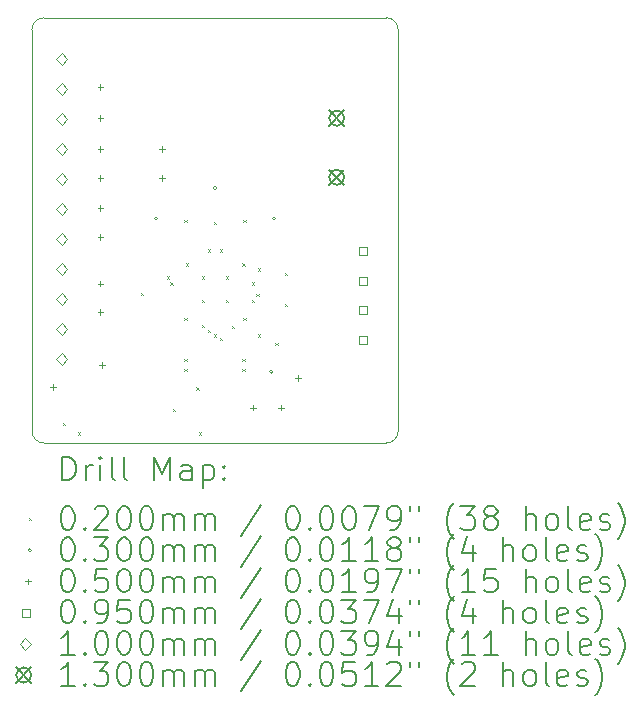
<source format=gbr>
%TF.GenerationSoftware,KiCad,Pcbnew,8.0.4*%
%TF.CreationDate,2024-09-14T10:12:32+02:00*%
%TF.ProjectId,tmc2208-breakout,746d6332-3230-4382-9d62-7265616b6f75,rev?*%
%TF.SameCoordinates,Original*%
%TF.FileFunction,Drillmap*%
%TF.FilePolarity,Positive*%
%FSLAX45Y45*%
G04 Gerber Fmt 4.5, Leading zero omitted, Abs format (unit mm)*
G04 Created by KiCad (PCBNEW 8.0.4) date 2024-09-14 10:12:32*
%MOMM*%
%LPD*%
G01*
G04 APERTURE LIST*
%ADD10C,0.100000*%
%ADD11C,0.200000*%
%ADD12C,0.130000*%
G04 APERTURE END LIST*
D10*
X14150000Y-7300000D02*
X14150000Y-3900000D01*
X14150000Y-3900000D02*
G75*
G02*
X14250000Y-3800000I100000J0D01*
G01*
X17150000Y-3800000D02*
G75*
G02*
X17250000Y-3900000I0J-100000D01*
G01*
X17150000Y-7400000D02*
X14250000Y-7400000D01*
X17250000Y-3900000D02*
X17250000Y-7300000D01*
X15700000Y-3800000D02*
X14250000Y-3800000D01*
X15700000Y-3800000D02*
X17150000Y-3800000D01*
X14250000Y-7400000D02*
G75*
G02*
X14150000Y-7300000I0J100000D01*
G01*
X17250000Y-7300000D02*
G75*
G02*
X17150000Y-7400000I-100000J0D01*
G01*
D11*
D10*
X14410000Y-7230000D02*
X14430000Y-7250000D01*
X14430000Y-7230000D02*
X14410000Y-7250000D01*
X14540000Y-7310000D02*
X14560000Y-7330000D01*
X14560000Y-7310000D02*
X14540000Y-7330000D01*
X15070000Y-6130000D02*
X15090000Y-6150000D01*
X15090000Y-6130000D02*
X15070000Y-6150000D01*
X15289622Y-5988316D02*
X15309622Y-6008316D01*
X15309622Y-5988316D02*
X15289622Y-6008316D01*
X15320000Y-6040000D02*
X15340000Y-6060000D01*
X15340000Y-6040000D02*
X15320000Y-6060000D01*
X15340000Y-7110000D02*
X15360000Y-7130000D01*
X15360000Y-7110000D02*
X15340000Y-7130000D01*
X15440000Y-5510000D02*
X15460000Y-5530000D01*
X15460000Y-5510000D02*
X15440000Y-5530000D01*
X15440000Y-6340000D02*
X15460000Y-6360000D01*
X15460000Y-6340000D02*
X15440000Y-6360000D01*
X15440000Y-6690000D02*
X15460000Y-6710000D01*
X15460000Y-6690000D02*
X15440000Y-6710000D01*
X15440000Y-6770000D02*
X15460000Y-6790000D01*
X15460000Y-6770000D02*
X15440000Y-6790000D01*
X15450000Y-5880000D02*
X15470000Y-5900000D01*
X15470000Y-5880000D02*
X15450000Y-5900000D01*
X15540000Y-6930000D02*
X15560000Y-6950000D01*
X15560000Y-6930000D02*
X15540000Y-6950000D01*
X15560000Y-7310000D02*
X15580000Y-7330000D01*
X15580000Y-7310000D02*
X15560000Y-7330000D01*
X15590000Y-5990000D02*
X15610000Y-6010000D01*
X15610000Y-5990000D02*
X15590000Y-6010000D01*
X15590000Y-6190000D02*
X15610000Y-6210000D01*
X15610000Y-6190000D02*
X15590000Y-6210000D01*
X15590000Y-6400000D02*
X15610000Y-6420000D01*
X15610000Y-6400000D02*
X15590000Y-6420000D01*
X15640000Y-5760000D02*
X15660000Y-5780000D01*
X15660000Y-5760000D02*
X15640000Y-5780000D01*
X15640000Y-6440000D02*
X15660000Y-6460000D01*
X15660000Y-6440000D02*
X15640000Y-6460000D01*
X15688593Y-6479156D02*
X15708593Y-6499156D01*
X15708593Y-6479156D02*
X15688593Y-6499156D01*
X15690000Y-5530000D02*
X15710000Y-5550000D01*
X15710000Y-5530000D02*
X15690000Y-5550000D01*
X15740000Y-5760000D02*
X15760000Y-5780000D01*
X15760000Y-5760000D02*
X15740000Y-5780000D01*
X15740000Y-6510000D02*
X15760000Y-6530000D01*
X15760000Y-6510000D02*
X15740000Y-6530000D01*
X15790000Y-5990000D02*
X15810000Y-6010000D01*
X15810000Y-5990000D02*
X15790000Y-6010000D01*
X15790000Y-6190000D02*
X15810000Y-6210000D01*
X15810000Y-6190000D02*
X15790000Y-6210000D01*
X15840000Y-6410000D02*
X15860000Y-6430000D01*
X15860000Y-6410000D02*
X15840000Y-6430000D01*
X15930000Y-5880000D02*
X15950000Y-5900000D01*
X15950000Y-5880000D02*
X15930000Y-5900000D01*
X15930000Y-6690000D02*
X15950000Y-6710000D01*
X15950000Y-6690000D02*
X15930000Y-6710000D01*
X15930000Y-6770000D02*
X15950000Y-6790000D01*
X15950000Y-6770000D02*
X15930000Y-6790000D01*
X15940000Y-5510000D02*
X15960000Y-5530000D01*
X15960000Y-5510000D02*
X15940000Y-5530000D01*
X15940000Y-6340000D02*
X15960000Y-6360000D01*
X15960000Y-6340000D02*
X15940000Y-6360000D01*
X16010000Y-6040000D02*
X16030000Y-6060000D01*
X16030000Y-6040000D02*
X16010000Y-6060000D01*
X16010000Y-6190000D02*
X16030000Y-6210000D01*
X16030000Y-6190000D02*
X16010000Y-6210000D01*
X16050000Y-6140000D02*
X16070000Y-6160000D01*
X16070000Y-6140000D02*
X16050000Y-6160000D01*
X16059375Y-6479375D02*
X16079375Y-6499375D01*
X16079375Y-6479375D02*
X16059375Y-6499375D01*
X16060000Y-5920000D02*
X16080000Y-5940000D01*
X16080000Y-5920000D02*
X16060000Y-5940000D01*
X16211757Y-6551757D02*
X16231757Y-6571757D01*
X16231757Y-6551757D02*
X16211757Y-6571757D01*
X16290000Y-5960000D02*
X16310000Y-5980000D01*
X16310000Y-5960000D02*
X16290000Y-5980000D01*
X16290000Y-6220000D02*
X16310000Y-6240000D01*
X16310000Y-6220000D02*
X16290000Y-6240000D01*
X15215000Y-5500000D02*
G75*
G02*
X15185000Y-5500000I-15000J0D01*
G01*
X15185000Y-5500000D02*
G75*
G02*
X15215000Y-5500000I15000J0D01*
G01*
X15715000Y-5240000D02*
G75*
G02*
X15685000Y-5240000I-15000J0D01*
G01*
X15685000Y-5240000D02*
G75*
G02*
X15715000Y-5240000I15000J0D01*
G01*
X16192609Y-6797609D02*
G75*
G02*
X16162609Y-6797609I-15000J0D01*
G01*
X16162609Y-6797609D02*
G75*
G02*
X16192609Y-6797609I15000J0D01*
G01*
X16215000Y-5500000D02*
G75*
G02*
X16185000Y-5500000I-15000J0D01*
G01*
X16185000Y-5500000D02*
G75*
G02*
X16215000Y-5500000I15000J0D01*
G01*
X14325000Y-6900000D02*
X14325000Y-6950000D01*
X14300000Y-6925000D02*
X14350000Y-6925000D01*
X14730000Y-4365000D02*
X14730000Y-4415000D01*
X14705000Y-4390000D02*
X14755000Y-4390000D01*
X14730000Y-4625000D02*
X14730000Y-4675000D01*
X14705000Y-4650000D02*
X14755000Y-4650000D01*
X14730000Y-4885000D02*
X14730000Y-4935000D01*
X14705000Y-4910000D02*
X14755000Y-4910000D01*
X14730000Y-5135000D02*
X14730000Y-5185000D01*
X14705000Y-5160000D02*
X14755000Y-5160000D01*
X14730000Y-5385000D02*
X14730000Y-5435000D01*
X14705000Y-5410000D02*
X14755000Y-5410000D01*
X14730000Y-5635000D02*
X14730000Y-5685000D01*
X14705000Y-5660000D02*
X14755000Y-5660000D01*
X14730000Y-6025000D02*
X14730000Y-6075000D01*
X14705000Y-6050000D02*
X14755000Y-6050000D01*
X14730000Y-6265000D02*
X14730000Y-6315000D01*
X14705000Y-6290000D02*
X14755000Y-6290000D01*
X14740000Y-6715000D02*
X14740000Y-6765000D01*
X14715000Y-6740000D02*
X14765000Y-6740000D01*
X15250000Y-4885000D02*
X15250000Y-4935000D01*
X15225000Y-4910000D02*
X15275000Y-4910000D01*
X15250000Y-5135000D02*
X15250000Y-5185000D01*
X15225000Y-5160000D02*
X15275000Y-5160000D01*
X16020000Y-7075000D02*
X16020000Y-7125000D01*
X15995000Y-7100000D02*
X16045000Y-7100000D01*
X16260000Y-7075000D02*
X16260000Y-7125000D01*
X16235000Y-7100000D02*
X16285000Y-7100000D01*
X16400000Y-6825000D02*
X16400000Y-6875000D01*
X16375000Y-6850000D02*
X16425000Y-6850000D01*
X16986088Y-5808588D02*
X16986088Y-5741412D01*
X16918912Y-5741412D01*
X16918912Y-5808588D01*
X16986088Y-5808588D01*
X16986088Y-6058588D02*
X16986088Y-5991412D01*
X16918912Y-5991412D01*
X16918912Y-6058588D01*
X16986088Y-6058588D01*
X16986088Y-6308588D02*
X16986088Y-6241412D01*
X16918912Y-6241412D01*
X16918912Y-6308588D01*
X16986088Y-6308588D01*
X16986088Y-6558588D02*
X16986088Y-6491412D01*
X16918912Y-6491412D01*
X16918912Y-6558588D01*
X16986088Y-6558588D01*
X14400000Y-4200000D02*
X14450000Y-4150000D01*
X14400000Y-4100000D01*
X14350000Y-4150000D01*
X14400000Y-4200000D01*
X14400000Y-4454000D02*
X14450000Y-4404000D01*
X14400000Y-4354000D01*
X14350000Y-4404000D01*
X14400000Y-4454000D01*
X14400000Y-4708000D02*
X14450000Y-4658000D01*
X14400000Y-4608000D01*
X14350000Y-4658000D01*
X14400000Y-4708000D01*
X14400000Y-4962000D02*
X14450000Y-4912000D01*
X14400000Y-4862000D01*
X14350000Y-4912000D01*
X14400000Y-4962000D01*
X14400000Y-5216000D02*
X14450000Y-5166000D01*
X14400000Y-5116000D01*
X14350000Y-5166000D01*
X14400000Y-5216000D01*
X14400000Y-5470000D02*
X14450000Y-5420000D01*
X14400000Y-5370000D01*
X14350000Y-5420000D01*
X14400000Y-5470000D01*
X14400000Y-5724000D02*
X14450000Y-5674000D01*
X14400000Y-5624000D01*
X14350000Y-5674000D01*
X14400000Y-5724000D01*
X14400000Y-5978000D02*
X14450000Y-5928000D01*
X14400000Y-5878000D01*
X14350000Y-5928000D01*
X14400000Y-5978000D01*
X14400000Y-6232000D02*
X14450000Y-6182000D01*
X14400000Y-6132000D01*
X14350000Y-6182000D01*
X14400000Y-6232000D01*
X14400000Y-6486000D02*
X14450000Y-6436000D01*
X14400000Y-6386000D01*
X14350000Y-6436000D01*
X14400000Y-6486000D01*
X14400000Y-6740000D02*
X14450000Y-6690000D01*
X14400000Y-6640000D01*
X14350000Y-6690000D01*
X14400000Y-6740000D01*
D12*
X16665500Y-4585000D02*
X16795500Y-4715000D01*
X16795500Y-4585000D02*
X16665500Y-4715000D01*
X16795500Y-4650000D02*
G75*
G02*
X16665500Y-4650000I-65000J0D01*
G01*
X16665500Y-4650000D02*
G75*
G02*
X16795500Y-4650000I65000J0D01*
G01*
X16665500Y-5085000D02*
X16795500Y-5215000D01*
X16795500Y-5085000D02*
X16665500Y-5215000D01*
X16795500Y-5150000D02*
G75*
G02*
X16665500Y-5150000I-65000J0D01*
G01*
X16665500Y-5150000D02*
G75*
G02*
X16795500Y-5150000I65000J0D01*
G01*
D11*
X14405777Y-7716484D02*
X14405777Y-7516484D01*
X14405777Y-7516484D02*
X14453396Y-7516484D01*
X14453396Y-7516484D02*
X14481967Y-7526008D01*
X14481967Y-7526008D02*
X14501015Y-7545055D01*
X14501015Y-7545055D02*
X14510539Y-7564103D01*
X14510539Y-7564103D02*
X14520062Y-7602198D01*
X14520062Y-7602198D02*
X14520062Y-7630769D01*
X14520062Y-7630769D02*
X14510539Y-7668865D01*
X14510539Y-7668865D02*
X14501015Y-7687912D01*
X14501015Y-7687912D02*
X14481967Y-7706960D01*
X14481967Y-7706960D02*
X14453396Y-7716484D01*
X14453396Y-7716484D02*
X14405777Y-7716484D01*
X14605777Y-7716484D02*
X14605777Y-7583150D01*
X14605777Y-7621246D02*
X14615301Y-7602198D01*
X14615301Y-7602198D02*
X14624824Y-7592674D01*
X14624824Y-7592674D02*
X14643872Y-7583150D01*
X14643872Y-7583150D02*
X14662920Y-7583150D01*
X14729586Y-7716484D02*
X14729586Y-7583150D01*
X14729586Y-7516484D02*
X14720062Y-7526008D01*
X14720062Y-7526008D02*
X14729586Y-7535531D01*
X14729586Y-7535531D02*
X14739110Y-7526008D01*
X14739110Y-7526008D02*
X14729586Y-7516484D01*
X14729586Y-7516484D02*
X14729586Y-7535531D01*
X14853396Y-7716484D02*
X14834348Y-7706960D01*
X14834348Y-7706960D02*
X14824824Y-7687912D01*
X14824824Y-7687912D02*
X14824824Y-7516484D01*
X14958158Y-7716484D02*
X14939110Y-7706960D01*
X14939110Y-7706960D02*
X14929586Y-7687912D01*
X14929586Y-7687912D02*
X14929586Y-7516484D01*
X15186729Y-7716484D02*
X15186729Y-7516484D01*
X15186729Y-7516484D02*
X15253396Y-7659341D01*
X15253396Y-7659341D02*
X15320062Y-7516484D01*
X15320062Y-7516484D02*
X15320062Y-7716484D01*
X15501015Y-7716484D02*
X15501015Y-7611722D01*
X15501015Y-7611722D02*
X15491491Y-7592674D01*
X15491491Y-7592674D02*
X15472443Y-7583150D01*
X15472443Y-7583150D02*
X15434348Y-7583150D01*
X15434348Y-7583150D02*
X15415301Y-7592674D01*
X15501015Y-7706960D02*
X15481967Y-7716484D01*
X15481967Y-7716484D02*
X15434348Y-7716484D01*
X15434348Y-7716484D02*
X15415301Y-7706960D01*
X15415301Y-7706960D02*
X15405777Y-7687912D01*
X15405777Y-7687912D02*
X15405777Y-7668865D01*
X15405777Y-7668865D02*
X15415301Y-7649817D01*
X15415301Y-7649817D02*
X15434348Y-7640293D01*
X15434348Y-7640293D02*
X15481967Y-7640293D01*
X15481967Y-7640293D02*
X15501015Y-7630769D01*
X15596253Y-7583150D02*
X15596253Y-7783150D01*
X15596253Y-7592674D02*
X15615301Y-7583150D01*
X15615301Y-7583150D02*
X15653396Y-7583150D01*
X15653396Y-7583150D02*
X15672443Y-7592674D01*
X15672443Y-7592674D02*
X15681967Y-7602198D01*
X15681967Y-7602198D02*
X15691491Y-7621246D01*
X15691491Y-7621246D02*
X15691491Y-7678388D01*
X15691491Y-7678388D02*
X15681967Y-7697436D01*
X15681967Y-7697436D02*
X15672443Y-7706960D01*
X15672443Y-7706960D02*
X15653396Y-7716484D01*
X15653396Y-7716484D02*
X15615301Y-7716484D01*
X15615301Y-7716484D02*
X15596253Y-7706960D01*
X15777205Y-7697436D02*
X15786729Y-7706960D01*
X15786729Y-7706960D02*
X15777205Y-7716484D01*
X15777205Y-7716484D02*
X15767682Y-7706960D01*
X15767682Y-7706960D02*
X15777205Y-7697436D01*
X15777205Y-7697436D02*
X15777205Y-7716484D01*
X15777205Y-7592674D02*
X15786729Y-7602198D01*
X15786729Y-7602198D02*
X15777205Y-7611722D01*
X15777205Y-7611722D02*
X15767682Y-7602198D01*
X15767682Y-7602198D02*
X15777205Y-7592674D01*
X15777205Y-7592674D02*
X15777205Y-7611722D01*
D10*
X14125000Y-8035000D02*
X14145000Y-8055000D01*
X14145000Y-8035000D02*
X14125000Y-8055000D01*
D11*
X14443872Y-7936484D02*
X14462920Y-7936484D01*
X14462920Y-7936484D02*
X14481967Y-7946008D01*
X14481967Y-7946008D02*
X14491491Y-7955531D01*
X14491491Y-7955531D02*
X14501015Y-7974579D01*
X14501015Y-7974579D02*
X14510539Y-8012674D01*
X14510539Y-8012674D02*
X14510539Y-8060293D01*
X14510539Y-8060293D02*
X14501015Y-8098388D01*
X14501015Y-8098388D02*
X14491491Y-8117436D01*
X14491491Y-8117436D02*
X14481967Y-8126960D01*
X14481967Y-8126960D02*
X14462920Y-8136484D01*
X14462920Y-8136484D02*
X14443872Y-8136484D01*
X14443872Y-8136484D02*
X14424824Y-8126960D01*
X14424824Y-8126960D02*
X14415301Y-8117436D01*
X14415301Y-8117436D02*
X14405777Y-8098388D01*
X14405777Y-8098388D02*
X14396253Y-8060293D01*
X14396253Y-8060293D02*
X14396253Y-8012674D01*
X14396253Y-8012674D02*
X14405777Y-7974579D01*
X14405777Y-7974579D02*
X14415301Y-7955531D01*
X14415301Y-7955531D02*
X14424824Y-7946008D01*
X14424824Y-7946008D02*
X14443872Y-7936484D01*
X14596253Y-8117436D02*
X14605777Y-8126960D01*
X14605777Y-8126960D02*
X14596253Y-8136484D01*
X14596253Y-8136484D02*
X14586729Y-8126960D01*
X14586729Y-8126960D02*
X14596253Y-8117436D01*
X14596253Y-8117436D02*
X14596253Y-8136484D01*
X14681967Y-7955531D02*
X14691491Y-7946008D01*
X14691491Y-7946008D02*
X14710539Y-7936484D01*
X14710539Y-7936484D02*
X14758158Y-7936484D01*
X14758158Y-7936484D02*
X14777205Y-7946008D01*
X14777205Y-7946008D02*
X14786729Y-7955531D01*
X14786729Y-7955531D02*
X14796253Y-7974579D01*
X14796253Y-7974579D02*
X14796253Y-7993627D01*
X14796253Y-7993627D02*
X14786729Y-8022198D01*
X14786729Y-8022198D02*
X14672443Y-8136484D01*
X14672443Y-8136484D02*
X14796253Y-8136484D01*
X14920062Y-7936484D02*
X14939110Y-7936484D01*
X14939110Y-7936484D02*
X14958158Y-7946008D01*
X14958158Y-7946008D02*
X14967682Y-7955531D01*
X14967682Y-7955531D02*
X14977205Y-7974579D01*
X14977205Y-7974579D02*
X14986729Y-8012674D01*
X14986729Y-8012674D02*
X14986729Y-8060293D01*
X14986729Y-8060293D02*
X14977205Y-8098388D01*
X14977205Y-8098388D02*
X14967682Y-8117436D01*
X14967682Y-8117436D02*
X14958158Y-8126960D01*
X14958158Y-8126960D02*
X14939110Y-8136484D01*
X14939110Y-8136484D02*
X14920062Y-8136484D01*
X14920062Y-8136484D02*
X14901015Y-8126960D01*
X14901015Y-8126960D02*
X14891491Y-8117436D01*
X14891491Y-8117436D02*
X14881967Y-8098388D01*
X14881967Y-8098388D02*
X14872443Y-8060293D01*
X14872443Y-8060293D02*
X14872443Y-8012674D01*
X14872443Y-8012674D02*
X14881967Y-7974579D01*
X14881967Y-7974579D02*
X14891491Y-7955531D01*
X14891491Y-7955531D02*
X14901015Y-7946008D01*
X14901015Y-7946008D02*
X14920062Y-7936484D01*
X15110539Y-7936484D02*
X15129586Y-7936484D01*
X15129586Y-7936484D02*
X15148634Y-7946008D01*
X15148634Y-7946008D02*
X15158158Y-7955531D01*
X15158158Y-7955531D02*
X15167682Y-7974579D01*
X15167682Y-7974579D02*
X15177205Y-8012674D01*
X15177205Y-8012674D02*
X15177205Y-8060293D01*
X15177205Y-8060293D02*
X15167682Y-8098388D01*
X15167682Y-8098388D02*
X15158158Y-8117436D01*
X15158158Y-8117436D02*
X15148634Y-8126960D01*
X15148634Y-8126960D02*
X15129586Y-8136484D01*
X15129586Y-8136484D02*
X15110539Y-8136484D01*
X15110539Y-8136484D02*
X15091491Y-8126960D01*
X15091491Y-8126960D02*
X15081967Y-8117436D01*
X15081967Y-8117436D02*
X15072443Y-8098388D01*
X15072443Y-8098388D02*
X15062920Y-8060293D01*
X15062920Y-8060293D02*
X15062920Y-8012674D01*
X15062920Y-8012674D02*
X15072443Y-7974579D01*
X15072443Y-7974579D02*
X15081967Y-7955531D01*
X15081967Y-7955531D02*
X15091491Y-7946008D01*
X15091491Y-7946008D02*
X15110539Y-7936484D01*
X15262920Y-8136484D02*
X15262920Y-8003150D01*
X15262920Y-8022198D02*
X15272443Y-8012674D01*
X15272443Y-8012674D02*
X15291491Y-8003150D01*
X15291491Y-8003150D02*
X15320063Y-8003150D01*
X15320063Y-8003150D02*
X15339110Y-8012674D01*
X15339110Y-8012674D02*
X15348634Y-8031722D01*
X15348634Y-8031722D02*
X15348634Y-8136484D01*
X15348634Y-8031722D02*
X15358158Y-8012674D01*
X15358158Y-8012674D02*
X15377205Y-8003150D01*
X15377205Y-8003150D02*
X15405777Y-8003150D01*
X15405777Y-8003150D02*
X15424824Y-8012674D01*
X15424824Y-8012674D02*
X15434348Y-8031722D01*
X15434348Y-8031722D02*
X15434348Y-8136484D01*
X15529586Y-8136484D02*
X15529586Y-8003150D01*
X15529586Y-8022198D02*
X15539110Y-8012674D01*
X15539110Y-8012674D02*
X15558158Y-8003150D01*
X15558158Y-8003150D02*
X15586729Y-8003150D01*
X15586729Y-8003150D02*
X15605777Y-8012674D01*
X15605777Y-8012674D02*
X15615301Y-8031722D01*
X15615301Y-8031722D02*
X15615301Y-8136484D01*
X15615301Y-8031722D02*
X15624824Y-8012674D01*
X15624824Y-8012674D02*
X15643872Y-8003150D01*
X15643872Y-8003150D02*
X15672443Y-8003150D01*
X15672443Y-8003150D02*
X15691491Y-8012674D01*
X15691491Y-8012674D02*
X15701015Y-8031722D01*
X15701015Y-8031722D02*
X15701015Y-8136484D01*
X16091491Y-7926960D02*
X15920063Y-8184103D01*
X16348634Y-7936484D02*
X16367682Y-7936484D01*
X16367682Y-7936484D02*
X16386729Y-7946008D01*
X16386729Y-7946008D02*
X16396253Y-7955531D01*
X16396253Y-7955531D02*
X16405777Y-7974579D01*
X16405777Y-7974579D02*
X16415301Y-8012674D01*
X16415301Y-8012674D02*
X16415301Y-8060293D01*
X16415301Y-8060293D02*
X16405777Y-8098388D01*
X16405777Y-8098388D02*
X16396253Y-8117436D01*
X16396253Y-8117436D02*
X16386729Y-8126960D01*
X16386729Y-8126960D02*
X16367682Y-8136484D01*
X16367682Y-8136484D02*
X16348634Y-8136484D01*
X16348634Y-8136484D02*
X16329586Y-8126960D01*
X16329586Y-8126960D02*
X16320063Y-8117436D01*
X16320063Y-8117436D02*
X16310539Y-8098388D01*
X16310539Y-8098388D02*
X16301015Y-8060293D01*
X16301015Y-8060293D02*
X16301015Y-8012674D01*
X16301015Y-8012674D02*
X16310539Y-7974579D01*
X16310539Y-7974579D02*
X16320063Y-7955531D01*
X16320063Y-7955531D02*
X16329586Y-7946008D01*
X16329586Y-7946008D02*
X16348634Y-7936484D01*
X16501015Y-8117436D02*
X16510539Y-8126960D01*
X16510539Y-8126960D02*
X16501015Y-8136484D01*
X16501015Y-8136484D02*
X16491491Y-8126960D01*
X16491491Y-8126960D02*
X16501015Y-8117436D01*
X16501015Y-8117436D02*
X16501015Y-8136484D01*
X16634348Y-7936484D02*
X16653396Y-7936484D01*
X16653396Y-7936484D02*
X16672444Y-7946008D01*
X16672444Y-7946008D02*
X16681967Y-7955531D01*
X16681967Y-7955531D02*
X16691491Y-7974579D01*
X16691491Y-7974579D02*
X16701015Y-8012674D01*
X16701015Y-8012674D02*
X16701015Y-8060293D01*
X16701015Y-8060293D02*
X16691491Y-8098388D01*
X16691491Y-8098388D02*
X16681967Y-8117436D01*
X16681967Y-8117436D02*
X16672444Y-8126960D01*
X16672444Y-8126960D02*
X16653396Y-8136484D01*
X16653396Y-8136484D02*
X16634348Y-8136484D01*
X16634348Y-8136484D02*
X16615301Y-8126960D01*
X16615301Y-8126960D02*
X16605777Y-8117436D01*
X16605777Y-8117436D02*
X16596253Y-8098388D01*
X16596253Y-8098388D02*
X16586729Y-8060293D01*
X16586729Y-8060293D02*
X16586729Y-8012674D01*
X16586729Y-8012674D02*
X16596253Y-7974579D01*
X16596253Y-7974579D02*
X16605777Y-7955531D01*
X16605777Y-7955531D02*
X16615301Y-7946008D01*
X16615301Y-7946008D02*
X16634348Y-7936484D01*
X16824825Y-7936484D02*
X16843872Y-7936484D01*
X16843872Y-7936484D02*
X16862920Y-7946008D01*
X16862920Y-7946008D02*
X16872444Y-7955531D01*
X16872444Y-7955531D02*
X16881968Y-7974579D01*
X16881968Y-7974579D02*
X16891491Y-8012674D01*
X16891491Y-8012674D02*
X16891491Y-8060293D01*
X16891491Y-8060293D02*
X16881968Y-8098388D01*
X16881968Y-8098388D02*
X16872444Y-8117436D01*
X16872444Y-8117436D02*
X16862920Y-8126960D01*
X16862920Y-8126960D02*
X16843872Y-8136484D01*
X16843872Y-8136484D02*
X16824825Y-8136484D01*
X16824825Y-8136484D02*
X16805777Y-8126960D01*
X16805777Y-8126960D02*
X16796253Y-8117436D01*
X16796253Y-8117436D02*
X16786729Y-8098388D01*
X16786729Y-8098388D02*
X16777206Y-8060293D01*
X16777206Y-8060293D02*
X16777206Y-8012674D01*
X16777206Y-8012674D02*
X16786729Y-7974579D01*
X16786729Y-7974579D02*
X16796253Y-7955531D01*
X16796253Y-7955531D02*
X16805777Y-7946008D01*
X16805777Y-7946008D02*
X16824825Y-7936484D01*
X16958158Y-7936484D02*
X17091491Y-7936484D01*
X17091491Y-7936484D02*
X17005777Y-8136484D01*
X17177206Y-8136484D02*
X17215301Y-8136484D01*
X17215301Y-8136484D02*
X17234349Y-8126960D01*
X17234349Y-8126960D02*
X17243872Y-8117436D01*
X17243872Y-8117436D02*
X17262920Y-8088865D01*
X17262920Y-8088865D02*
X17272444Y-8050769D01*
X17272444Y-8050769D02*
X17272444Y-7974579D01*
X17272444Y-7974579D02*
X17262920Y-7955531D01*
X17262920Y-7955531D02*
X17253396Y-7946008D01*
X17253396Y-7946008D02*
X17234349Y-7936484D01*
X17234349Y-7936484D02*
X17196253Y-7936484D01*
X17196253Y-7936484D02*
X17177206Y-7946008D01*
X17177206Y-7946008D02*
X17167682Y-7955531D01*
X17167682Y-7955531D02*
X17158158Y-7974579D01*
X17158158Y-7974579D02*
X17158158Y-8022198D01*
X17158158Y-8022198D02*
X17167682Y-8041246D01*
X17167682Y-8041246D02*
X17177206Y-8050769D01*
X17177206Y-8050769D02*
X17196253Y-8060293D01*
X17196253Y-8060293D02*
X17234349Y-8060293D01*
X17234349Y-8060293D02*
X17253396Y-8050769D01*
X17253396Y-8050769D02*
X17262920Y-8041246D01*
X17262920Y-8041246D02*
X17272444Y-8022198D01*
X17348634Y-7936484D02*
X17348634Y-7974579D01*
X17424825Y-7936484D02*
X17424825Y-7974579D01*
X17720063Y-8212674D02*
X17710539Y-8203150D01*
X17710539Y-8203150D02*
X17691491Y-8174579D01*
X17691491Y-8174579D02*
X17681968Y-8155531D01*
X17681968Y-8155531D02*
X17672444Y-8126960D01*
X17672444Y-8126960D02*
X17662920Y-8079341D01*
X17662920Y-8079341D02*
X17662920Y-8041246D01*
X17662920Y-8041246D02*
X17672444Y-7993627D01*
X17672444Y-7993627D02*
X17681968Y-7965055D01*
X17681968Y-7965055D02*
X17691491Y-7946008D01*
X17691491Y-7946008D02*
X17710539Y-7917436D01*
X17710539Y-7917436D02*
X17720063Y-7907912D01*
X17777206Y-7936484D02*
X17901015Y-7936484D01*
X17901015Y-7936484D02*
X17834349Y-8012674D01*
X17834349Y-8012674D02*
X17862920Y-8012674D01*
X17862920Y-8012674D02*
X17881968Y-8022198D01*
X17881968Y-8022198D02*
X17891491Y-8031722D01*
X17891491Y-8031722D02*
X17901015Y-8050769D01*
X17901015Y-8050769D02*
X17901015Y-8098388D01*
X17901015Y-8098388D02*
X17891491Y-8117436D01*
X17891491Y-8117436D02*
X17881968Y-8126960D01*
X17881968Y-8126960D02*
X17862920Y-8136484D01*
X17862920Y-8136484D02*
X17805777Y-8136484D01*
X17805777Y-8136484D02*
X17786730Y-8126960D01*
X17786730Y-8126960D02*
X17777206Y-8117436D01*
X18015301Y-8022198D02*
X17996253Y-8012674D01*
X17996253Y-8012674D02*
X17986730Y-8003150D01*
X17986730Y-8003150D02*
X17977206Y-7984103D01*
X17977206Y-7984103D02*
X17977206Y-7974579D01*
X17977206Y-7974579D02*
X17986730Y-7955531D01*
X17986730Y-7955531D02*
X17996253Y-7946008D01*
X17996253Y-7946008D02*
X18015301Y-7936484D01*
X18015301Y-7936484D02*
X18053396Y-7936484D01*
X18053396Y-7936484D02*
X18072444Y-7946008D01*
X18072444Y-7946008D02*
X18081968Y-7955531D01*
X18081968Y-7955531D02*
X18091491Y-7974579D01*
X18091491Y-7974579D02*
X18091491Y-7984103D01*
X18091491Y-7984103D02*
X18081968Y-8003150D01*
X18081968Y-8003150D02*
X18072444Y-8012674D01*
X18072444Y-8012674D02*
X18053396Y-8022198D01*
X18053396Y-8022198D02*
X18015301Y-8022198D01*
X18015301Y-8022198D02*
X17996253Y-8031722D01*
X17996253Y-8031722D02*
X17986730Y-8041246D01*
X17986730Y-8041246D02*
X17977206Y-8060293D01*
X17977206Y-8060293D02*
X17977206Y-8098388D01*
X17977206Y-8098388D02*
X17986730Y-8117436D01*
X17986730Y-8117436D02*
X17996253Y-8126960D01*
X17996253Y-8126960D02*
X18015301Y-8136484D01*
X18015301Y-8136484D02*
X18053396Y-8136484D01*
X18053396Y-8136484D02*
X18072444Y-8126960D01*
X18072444Y-8126960D02*
X18081968Y-8117436D01*
X18081968Y-8117436D02*
X18091491Y-8098388D01*
X18091491Y-8098388D02*
X18091491Y-8060293D01*
X18091491Y-8060293D02*
X18081968Y-8041246D01*
X18081968Y-8041246D02*
X18072444Y-8031722D01*
X18072444Y-8031722D02*
X18053396Y-8022198D01*
X18329587Y-8136484D02*
X18329587Y-7936484D01*
X18415301Y-8136484D02*
X18415301Y-8031722D01*
X18415301Y-8031722D02*
X18405777Y-8012674D01*
X18405777Y-8012674D02*
X18386730Y-8003150D01*
X18386730Y-8003150D02*
X18358158Y-8003150D01*
X18358158Y-8003150D02*
X18339111Y-8012674D01*
X18339111Y-8012674D02*
X18329587Y-8022198D01*
X18539111Y-8136484D02*
X18520063Y-8126960D01*
X18520063Y-8126960D02*
X18510539Y-8117436D01*
X18510539Y-8117436D02*
X18501015Y-8098388D01*
X18501015Y-8098388D02*
X18501015Y-8041246D01*
X18501015Y-8041246D02*
X18510539Y-8022198D01*
X18510539Y-8022198D02*
X18520063Y-8012674D01*
X18520063Y-8012674D02*
X18539111Y-8003150D01*
X18539111Y-8003150D02*
X18567682Y-8003150D01*
X18567682Y-8003150D02*
X18586730Y-8012674D01*
X18586730Y-8012674D02*
X18596253Y-8022198D01*
X18596253Y-8022198D02*
X18605777Y-8041246D01*
X18605777Y-8041246D02*
X18605777Y-8098388D01*
X18605777Y-8098388D02*
X18596253Y-8117436D01*
X18596253Y-8117436D02*
X18586730Y-8126960D01*
X18586730Y-8126960D02*
X18567682Y-8136484D01*
X18567682Y-8136484D02*
X18539111Y-8136484D01*
X18720063Y-8136484D02*
X18701015Y-8126960D01*
X18701015Y-8126960D02*
X18691492Y-8107912D01*
X18691492Y-8107912D02*
X18691492Y-7936484D01*
X18872444Y-8126960D02*
X18853396Y-8136484D01*
X18853396Y-8136484D02*
X18815301Y-8136484D01*
X18815301Y-8136484D02*
X18796253Y-8126960D01*
X18796253Y-8126960D02*
X18786730Y-8107912D01*
X18786730Y-8107912D02*
X18786730Y-8031722D01*
X18786730Y-8031722D02*
X18796253Y-8012674D01*
X18796253Y-8012674D02*
X18815301Y-8003150D01*
X18815301Y-8003150D02*
X18853396Y-8003150D01*
X18853396Y-8003150D02*
X18872444Y-8012674D01*
X18872444Y-8012674D02*
X18881968Y-8031722D01*
X18881968Y-8031722D02*
X18881968Y-8050769D01*
X18881968Y-8050769D02*
X18786730Y-8069817D01*
X18958158Y-8126960D02*
X18977206Y-8136484D01*
X18977206Y-8136484D02*
X19015301Y-8136484D01*
X19015301Y-8136484D02*
X19034349Y-8126960D01*
X19034349Y-8126960D02*
X19043873Y-8107912D01*
X19043873Y-8107912D02*
X19043873Y-8098388D01*
X19043873Y-8098388D02*
X19034349Y-8079341D01*
X19034349Y-8079341D02*
X19015301Y-8069817D01*
X19015301Y-8069817D02*
X18986730Y-8069817D01*
X18986730Y-8069817D02*
X18967682Y-8060293D01*
X18967682Y-8060293D02*
X18958158Y-8041246D01*
X18958158Y-8041246D02*
X18958158Y-8031722D01*
X18958158Y-8031722D02*
X18967682Y-8012674D01*
X18967682Y-8012674D02*
X18986730Y-8003150D01*
X18986730Y-8003150D02*
X19015301Y-8003150D01*
X19015301Y-8003150D02*
X19034349Y-8012674D01*
X19110539Y-8212674D02*
X19120063Y-8203150D01*
X19120063Y-8203150D02*
X19139111Y-8174579D01*
X19139111Y-8174579D02*
X19148634Y-8155531D01*
X19148634Y-8155531D02*
X19158158Y-8126960D01*
X19158158Y-8126960D02*
X19167682Y-8079341D01*
X19167682Y-8079341D02*
X19167682Y-8041246D01*
X19167682Y-8041246D02*
X19158158Y-7993627D01*
X19158158Y-7993627D02*
X19148634Y-7965055D01*
X19148634Y-7965055D02*
X19139111Y-7946008D01*
X19139111Y-7946008D02*
X19120063Y-7917436D01*
X19120063Y-7917436D02*
X19110539Y-7907912D01*
D10*
X14145000Y-8309000D02*
G75*
G02*
X14115000Y-8309000I-15000J0D01*
G01*
X14115000Y-8309000D02*
G75*
G02*
X14145000Y-8309000I15000J0D01*
G01*
D11*
X14443872Y-8200484D02*
X14462920Y-8200484D01*
X14462920Y-8200484D02*
X14481967Y-8210008D01*
X14481967Y-8210008D02*
X14491491Y-8219531D01*
X14491491Y-8219531D02*
X14501015Y-8238579D01*
X14501015Y-8238579D02*
X14510539Y-8276674D01*
X14510539Y-8276674D02*
X14510539Y-8324293D01*
X14510539Y-8324293D02*
X14501015Y-8362388D01*
X14501015Y-8362388D02*
X14491491Y-8381436D01*
X14491491Y-8381436D02*
X14481967Y-8390960D01*
X14481967Y-8390960D02*
X14462920Y-8400484D01*
X14462920Y-8400484D02*
X14443872Y-8400484D01*
X14443872Y-8400484D02*
X14424824Y-8390960D01*
X14424824Y-8390960D02*
X14415301Y-8381436D01*
X14415301Y-8381436D02*
X14405777Y-8362388D01*
X14405777Y-8362388D02*
X14396253Y-8324293D01*
X14396253Y-8324293D02*
X14396253Y-8276674D01*
X14396253Y-8276674D02*
X14405777Y-8238579D01*
X14405777Y-8238579D02*
X14415301Y-8219531D01*
X14415301Y-8219531D02*
X14424824Y-8210008D01*
X14424824Y-8210008D02*
X14443872Y-8200484D01*
X14596253Y-8381436D02*
X14605777Y-8390960D01*
X14605777Y-8390960D02*
X14596253Y-8400484D01*
X14596253Y-8400484D02*
X14586729Y-8390960D01*
X14586729Y-8390960D02*
X14596253Y-8381436D01*
X14596253Y-8381436D02*
X14596253Y-8400484D01*
X14672443Y-8200484D02*
X14796253Y-8200484D01*
X14796253Y-8200484D02*
X14729586Y-8276674D01*
X14729586Y-8276674D02*
X14758158Y-8276674D01*
X14758158Y-8276674D02*
X14777205Y-8286198D01*
X14777205Y-8286198D02*
X14786729Y-8295722D01*
X14786729Y-8295722D02*
X14796253Y-8314769D01*
X14796253Y-8314769D02*
X14796253Y-8362388D01*
X14796253Y-8362388D02*
X14786729Y-8381436D01*
X14786729Y-8381436D02*
X14777205Y-8390960D01*
X14777205Y-8390960D02*
X14758158Y-8400484D01*
X14758158Y-8400484D02*
X14701015Y-8400484D01*
X14701015Y-8400484D02*
X14681967Y-8390960D01*
X14681967Y-8390960D02*
X14672443Y-8381436D01*
X14920062Y-8200484D02*
X14939110Y-8200484D01*
X14939110Y-8200484D02*
X14958158Y-8210008D01*
X14958158Y-8210008D02*
X14967682Y-8219531D01*
X14967682Y-8219531D02*
X14977205Y-8238579D01*
X14977205Y-8238579D02*
X14986729Y-8276674D01*
X14986729Y-8276674D02*
X14986729Y-8324293D01*
X14986729Y-8324293D02*
X14977205Y-8362388D01*
X14977205Y-8362388D02*
X14967682Y-8381436D01*
X14967682Y-8381436D02*
X14958158Y-8390960D01*
X14958158Y-8390960D02*
X14939110Y-8400484D01*
X14939110Y-8400484D02*
X14920062Y-8400484D01*
X14920062Y-8400484D02*
X14901015Y-8390960D01*
X14901015Y-8390960D02*
X14891491Y-8381436D01*
X14891491Y-8381436D02*
X14881967Y-8362388D01*
X14881967Y-8362388D02*
X14872443Y-8324293D01*
X14872443Y-8324293D02*
X14872443Y-8276674D01*
X14872443Y-8276674D02*
X14881967Y-8238579D01*
X14881967Y-8238579D02*
X14891491Y-8219531D01*
X14891491Y-8219531D02*
X14901015Y-8210008D01*
X14901015Y-8210008D02*
X14920062Y-8200484D01*
X15110539Y-8200484D02*
X15129586Y-8200484D01*
X15129586Y-8200484D02*
X15148634Y-8210008D01*
X15148634Y-8210008D02*
X15158158Y-8219531D01*
X15158158Y-8219531D02*
X15167682Y-8238579D01*
X15167682Y-8238579D02*
X15177205Y-8276674D01*
X15177205Y-8276674D02*
X15177205Y-8324293D01*
X15177205Y-8324293D02*
X15167682Y-8362388D01*
X15167682Y-8362388D02*
X15158158Y-8381436D01*
X15158158Y-8381436D02*
X15148634Y-8390960D01*
X15148634Y-8390960D02*
X15129586Y-8400484D01*
X15129586Y-8400484D02*
X15110539Y-8400484D01*
X15110539Y-8400484D02*
X15091491Y-8390960D01*
X15091491Y-8390960D02*
X15081967Y-8381436D01*
X15081967Y-8381436D02*
X15072443Y-8362388D01*
X15072443Y-8362388D02*
X15062920Y-8324293D01*
X15062920Y-8324293D02*
X15062920Y-8276674D01*
X15062920Y-8276674D02*
X15072443Y-8238579D01*
X15072443Y-8238579D02*
X15081967Y-8219531D01*
X15081967Y-8219531D02*
X15091491Y-8210008D01*
X15091491Y-8210008D02*
X15110539Y-8200484D01*
X15262920Y-8400484D02*
X15262920Y-8267150D01*
X15262920Y-8286198D02*
X15272443Y-8276674D01*
X15272443Y-8276674D02*
X15291491Y-8267150D01*
X15291491Y-8267150D02*
X15320063Y-8267150D01*
X15320063Y-8267150D02*
X15339110Y-8276674D01*
X15339110Y-8276674D02*
X15348634Y-8295722D01*
X15348634Y-8295722D02*
X15348634Y-8400484D01*
X15348634Y-8295722D02*
X15358158Y-8276674D01*
X15358158Y-8276674D02*
X15377205Y-8267150D01*
X15377205Y-8267150D02*
X15405777Y-8267150D01*
X15405777Y-8267150D02*
X15424824Y-8276674D01*
X15424824Y-8276674D02*
X15434348Y-8295722D01*
X15434348Y-8295722D02*
X15434348Y-8400484D01*
X15529586Y-8400484D02*
X15529586Y-8267150D01*
X15529586Y-8286198D02*
X15539110Y-8276674D01*
X15539110Y-8276674D02*
X15558158Y-8267150D01*
X15558158Y-8267150D02*
X15586729Y-8267150D01*
X15586729Y-8267150D02*
X15605777Y-8276674D01*
X15605777Y-8276674D02*
X15615301Y-8295722D01*
X15615301Y-8295722D02*
X15615301Y-8400484D01*
X15615301Y-8295722D02*
X15624824Y-8276674D01*
X15624824Y-8276674D02*
X15643872Y-8267150D01*
X15643872Y-8267150D02*
X15672443Y-8267150D01*
X15672443Y-8267150D02*
X15691491Y-8276674D01*
X15691491Y-8276674D02*
X15701015Y-8295722D01*
X15701015Y-8295722D02*
X15701015Y-8400484D01*
X16091491Y-8190960D02*
X15920063Y-8448103D01*
X16348634Y-8200484D02*
X16367682Y-8200484D01*
X16367682Y-8200484D02*
X16386729Y-8210008D01*
X16386729Y-8210008D02*
X16396253Y-8219531D01*
X16396253Y-8219531D02*
X16405777Y-8238579D01*
X16405777Y-8238579D02*
X16415301Y-8276674D01*
X16415301Y-8276674D02*
X16415301Y-8324293D01*
X16415301Y-8324293D02*
X16405777Y-8362388D01*
X16405777Y-8362388D02*
X16396253Y-8381436D01*
X16396253Y-8381436D02*
X16386729Y-8390960D01*
X16386729Y-8390960D02*
X16367682Y-8400484D01*
X16367682Y-8400484D02*
X16348634Y-8400484D01*
X16348634Y-8400484D02*
X16329586Y-8390960D01*
X16329586Y-8390960D02*
X16320063Y-8381436D01*
X16320063Y-8381436D02*
X16310539Y-8362388D01*
X16310539Y-8362388D02*
X16301015Y-8324293D01*
X16301015Y-8324293D02*
X16301015Y-8276674D01*
X16301015Y-8276674D02*
X16310539Y-8238579D01*
X16310539Y-8238579D02*
X16320063Y-8219531D01*
X16320063Y-8219531D02*
X16329586Y-8210008D01*
X16329586Y-8210008D02*
X16348634Y-8200484D01*
X16501015Y-8381436D02*
X16510539Y-8390960D01*
X16510539Y-8390960D02*
X16501015Y-8400484D01*
X16501015Y-8400484D02*
X16491491Y-8390960D01*
X16491491Y-8390960D02*
X16501015Y-8381436D01*
X16501015Y-8381436D02*
X16501015Y-8400484D01*
X16634348Y-8200484D02*
X16653396Y-8200484D01*
X16653396Y-8200484D02*
X16672444Y-8210008D01*
X16672444Y-8210008D02*
X16681967Y-8219531D01*
X16681967Y-8219531D02*
X16691491Y-8238579D01*
X16691491Y-8238579D02*
X16701015Y-8276674D01*
X16701015Y-8276674D02*
X16701015Y-8324293D01*
X16701015Y-8324293D02*
X16691491Y-8362388D01*
X16691491Y-8362388D02*
X16681967Y-8381436D01*
X16681967Y-8381436D02*
X16672444Y-8390960D01*
X16672444Y-8390960D02*
X16653396Y-8400484D01*
X16653396Y-8400484D02*
X16634348Y-8400484D01*
X16634348Y-8400484D02*
X16615301Y-8390960D01*
X16615301Y-8390960D02*
X16605777Y-8381436D01*
X16605777Y-8381436D02*
X16596253Y-8362388D01*
X16596253Y-8362388D02*
X16586729Y-8324293D01*
X16586729Y-8324293D02*
X16586729Y-8276674D01*
X16586729Y-8276674D02*
X16596253Y-8238579D01*
X16596253Y-8238579D02*
X16605777Y-8219531D01*
X16605777Y-8219531D02*
X16615301Y-8210008D01*
X16615301Y-8210008D02*
X16634348Y-8200484D01*
X16891491Y-8400484D02*
X16777206Y-8400484D01*
X16834348Y-8400484D02*
X16834348Y-8200484D01*
X16834348Y-8200484D02*
X16815301Y-8229055D01*
X16815301Y-8229055D02*
X16796253Y-8248103D01*
X16796253Y-8248103D02*
X16777206Y-8257627D01*
X17081968Y-8400484D02*
X16967682Y-8400484D01*
X17024825Y-8400484D02*
X17024825Y-8200484D01*
X17024825Y-8200484D02*
X17005777Y-8229055D01*
X17005777Y-8229055D02*
X16986729Y-8248103D01*
X16986729Y-8248103D02*
X16967682Y-8257627D01*
X17196253Y-8286198D02*
X17177206Y-8276674D01*
X17177206Y-8276674D02*
X17167682Y-8267150D01*
X17167682Y-8267150D02*
X17158158Y-8248103D01*
X17158158Y-8248103D02*
X17158158Y-8238579D01*
X17158158Y-8238579D02*
X17167682Y-8219531D01*
X17167682Y-8219531D02*
X17177206Y-8210008D01*
X17177206Y-8210008D02*
X17196253Y-8200484D01*
X17196253Y-8200484D02*
X17234349Y-8200484D01*
X17234349Y-8200484D02*
X17253396Y-8210008D01*
X17253396Y-8210008D02*
X17262920Y-8219531D01*
X17262920Y-8219531D02*
X17272444Y-8238579D01*
X17272444Y-8238579D02*
X17272444Y-8248103D01*
X17272444Y-8248103D02*
X17262920Y-8267150D01*
X17262920Y-8267150D02*
X17253396Y-8276674D01*
X17253396Y-8276674D02*
X17234349Y-8286198D01*
X17234349Y-8286198D02*
X17196253Y-8286198D01*
X17196253Y-8286198D02*
X17177206Y-8295722D01*
X17177206Y-8295722D02*
X17167682Y-8305246D01*
X17167682Y-8305246D02*
X17158158Y-8324293D01*
X17158158Y-8324293D02*
X17158158Y-8362388D01*
X17158158Y-8362388D02*
X17167682Y-8381436D01*
X17167682Y-8381436D02*
X17177206Y-8390960D01*
X17177206Y-8390960D02*
X17196253Y-8400484D01*
X17196253Y-8400484D02*
X17234349Y-8400484D01*
X17234349Y-8400484D02*
X17253396Y-8390960D01*
X17253396Y-8390960D02*
X17262920Y-8381436D01*
X17262920Y-8381436D02*
X17272444Y-8362388D01*
X17272444Y-8362388D02*
X17272444Y-8324293D01*
X17272444Y-8324293D02*
X17262920Y-8305246D01*
X17262920Y-8305246D02*
X17253396Y-8295722D01*
X17253396Y-8295722D02*
X17234349Y-8286198D01*
X17348634Y-8200484D02*
X17348634Y-8238579D01*
X17424825Y-8200484D02*
X17424825Y-8238579D01*
X17720063Y-8476674D02*
X17710539Y-8467150D01*
X17710539Y-8467150D02*
X17691491Y-8438579D01*
X17691491Y-8438579D02*
X17681968Y-8419531D01*
X17681968Y-8419531D02*
X17672444Y-8390960D01*
X17672444Y-8390960D02*
X17662920Y-8343341D01*
X17662920Y-8343341D02*
X17662920Y-8305246D01*
X17662920Y-8305246D02*
X17672444Y-8257627D01*
X17672444Y-8257627D02*
X17681968Y-8229055D01*
X17681968Y-8229055D02*
X17691491Y-8210008D01*
X17691491Y-8210008D02*
X17710539Y-8181436D01*
X17710539Y-8181436D02*
X17720063Y-8171912D01*
X17881968Y-8267150D02*
X17881968Y-8400484D01*
X17834349Y-8190960D02*
X17786730Y-8333817D01*
X17786730Y-8333817D02*
X17910539Y-8333817D01*
X18139111Y-8400484D02*
X18139111Y-8200484D01*
X18224825Y-8400484D02*
X18224825Y-8295722D01*
X18224825Y-8295722D02*
X18215301Y-8276674D01*
X18215301Y-8276674D02*
X18196253Y-8267150D01*
X18196253Y-8267150D02*
X18167682Y-8267150D01*
X18167682Y-8267150D02*
X18148634Y-8276674D01*
X18148634Y-8276674D02*
X18139111Y-8286198D01*
X18348634Y-8400484D02*
X18329587Y-8390960D01*
X18329587Y-8390960D02*
X18320063Y-8381436D01*
X18320063Y-8381436D02*
X18310539Y-8362388D01*
X18310539Y-8362388D02*
X18310539Y-8305246D01*
X18310539Y-8305246D02*
X18320063Y-8286198D01*
X18320063Y-8286198D02*
X18329587Y-8276674D01*
X18329587Y-8276674D02*
X18348634Y-8267150D01*
X18348634Y-8267150D02*
X18377206Y-8267150D01*
X18377206Y-8267150D02*
X18396253Y-8276674D01*
X18396253Y-8276674D02*
X18405777Y-8286198D01*
X18405777Y-8286198D02*
X18415301Y-8305246D01*
X18415301Y-8305246D02*
X18415301Y-8362388D01*
X18415301Y-8362388D02*
X18405777Y-8381436D01*
X18405777Y-8381436D02*
X18396253Y-8390960D01*
X18396253Y-8390960D02*
X18377206Y-8400484D01*
X18377206Y-8400484D02*
X18348634Y-8400484D01*
X18529587Y-8400484D02*
X18510539Y-8390960D01*
X18510539Y-8390960D02*
X18501015Y-8371912D01*
X18501015Y-8371912D02*
X18501015Y-8200484D01*
X18681968Y-8390960D02*
X18662920Y-8400484D01*
X18662920Y-8400484D02*
X18624825Y-8400484D01*
X18624825Y-8400484D02*
X18605777Y-8390960D01*
X18605777Y-8390960D02*
X18596253Y-8371912D01*
X18596253Y-8371912D02*
X18596253Y-8295722D01*
X18596253Y-8295722D02*
X18605777Y-8276674D01*
X18605777Y-8276674D02*
X18624825Y-8267150D01*
X18624825Y-8267150D02*
X18662920Y-8267150D01*
X18662920Y-8267150D02*
X18681968Y-8276674D01*
X18681968Y-8276674D02*
X18691492Y-8295722D01*
X18691492Y-8295722D02*
X18691492Y-8314769D01*
X18691492Y-8314769D02*
X18596253Y-8333817D01*
X18767682Y-8390960D02*
X18786730Y-8400484D01*
X18786730Y-8400484D02*
X18824825Y-8400484D01*
X18824825Y-8400484D02*
X18843873Y-8390960D01*
X18843873Y-8390960D02*
X18853396Y-8371912D01*
X18853396Y-8371912D02*
X18853396Y-8362388D01*
X18853396Y-8362388D02*
X18843873Y-8343341D01*
X18843873Y-8343341D02*
X18824825Y-8333817D01*
X18824825Y-8333817D02*
X18796253Y-8333817D01*
X18796253Y-8333817D02*
X18777206Y-8324293D01*
X18777206Y-8324293D02*
X18767682Y-8305246D01*
X18767682Y-8305246D02*
X18767682Y-8295722D01*
X18767682Y-8295722D02*
X18777206Y-8276674D01*
X18777206Y-8276674D02*
X18796253Y-8267150D01*
X18796253Y-8267150D02*
X18824825Y-8267150D01*
X18824825Y-8267150D02*
X18843873Y-8276674D01*
X18920063Y-8476674D02*
X18929587Y-8467150D01*
X18929587Y-8467150D02*
X18948634Y-8438579D01*
X18948634Y-8438579D02*
X18958158Y-8419531D01*
X18958158Y-8419531D02*
X18967682Y-8390960D01*
X18967682Y-8390960D02*
X18977206Y-8343341D01*
X18977206Y-8343341D02*
X18977206Y-8305246D01*
X18977206Y-8305246D02*
X18967682Y-8257627D01*
X18967682Y-8257627D02*
X18958158Y-8229055D01*
X18958158Y-8229055D02*
X18948634Y-8210008D01*
X18948634Y-8210008D02*
X18929587Y-8181436D01*
X18929587Y-8181436D02*
X18920063Y-8171912D01*
D10*
X14120000Y-8548000D02*
X14120000Y-8598000D01*
X14095000Y-8573000D02*
X14145000Y-8573000D01*
D11*
X14443872Y-8464484D02*
X14462920Y-8464484D01*
X14462920Y-8464484D02*
X14481967Y-8474008D01*
X14481967Y-8474008D02*
X14491491Y-8483531D01*
X14491491Y-8483531D02*
X14501015Y-8502579D01*
X14501015Y-8502579D02*
X14510539Y-8540674D01*
X14510539Y-8540674D02*
X14510539Y-8588293D01*
X14510539Y-8588293D02*
X14501015Y-8626389D01*
X14501015Y-8626389D02*
X14491491Y-8645436D01*
X14491491Y-8645436D02*
X14481967Y-8654960D01*
X14481967Y-8654960D02*
X14462920Y-8664484D01*
X14462920Y-8664484D02*
X14443872Y-8664484D01*
X14443872Y-8664484D02*
X14424824Y-8654960D01*
X14424824Y-8654960D02*
X14415301Y-8645436D01*
X14415301Y-8645436D02*
X14405777Y-8626389D01*
X14405777Y-8626389D02*
X14396253Y-8588293D01*
X14396253Y-8588293D02*
X14396253Y-8540674D01*
X14396253Y-8540674D02*
X14405777Y-8502579D01*
X14405777Y-8502579D02*
X14415301Y-8483531D01*
X14415301Y-8483531D02*
X14424824Y-8474008D01*
X14424824Y-8474008D02*
X14443872Y-8464484D01*
X14596253Y-8645436D02*
X14605777Y-8654960D01*
X14605777Y-8654960D02*
X14596253Y-8664484D01*
X14596253Y-8664484D02*
X14586729Y-8654960D01*
X14586729Y-8654960D02*
X14596253Y-8645436D01*
X14596253Y-8645436D02*
X14596253Y-8664484D01*
X14786729Y-8464484D02*
X14691491Y-8464484D01*
X14691491Y-8464484D02*
X14681967Y-8559722D01*
X14681967Y-8559722D02*
X14691491Y-8550198D01*
X14691491Y-8550198D02*
X14710539Y-8540674D01*
X14710539Y-8540674D02*
X14758158Y-8540674D01*
X14758158Y-8540674D02*
X14777205Y-8550198D01*
X14777205Y-8550198D02*
X14786729Y-8559722D01*
X14786729Y-8559722D02*
X14796253Y-8578770D01*
X14796253Y-8578770D02*
X14796253Y-8626389D01*
X14796253Y-8626389D02*
X14786729Y-8645436D01*
X14786729Y-8645436D02*
X14777205Y-8654960D01*
X14777205Y-8654960D02*
X14758158Y-8664484D01*
X14758158Y-8664484D02*
X14710539Y-8664484D01*
X14710539Y-8664484D02*
X14691491Y-8654960D01*
X14691491Y-8654960D02*
X14681967Y-8645436D01*
X14920062Y-8464484D02*
X14939110Y-8464484D01*
X14939110Y-8464484D02*
X14958158Y-8474008D01*
X14958158Y-8474008D02*
X14967682Y-8483531D01*
X14967682Y-8483531D02*
X14977205Y-8502579D01*
X14977205Y-8502579D02*
X14986729Y-8540674D01*
X14986729Y-8540674D02*
X14986729Y-8588293D01*
X14986729Y-8588293D02*
X14977205Y-8626389D01*
X14977205Y-8626389D02*
X14967682Y-8645436D01*
X14967682Y-8645436D02*
X14958158Y-8654960D01*
X14958158Y-8654960D02*
X14939110Y-8664484D01*
X14939110Y-8664484D02*
X14920062Y-8664484D01*
X14920062Y-8664484D02*
X14901015Y-8654960D01*
X14901015Y-8654960D02*
X14891491Y-8645436D01*
X14891491Y-8645436D02*
X14881967Y-8626389D01*
X14881967Y-8626389D02*
X14872443Y-8588293D01*
X14872443Y-8588293D02*
X14872443Y-8540674D01*
X14872443Y-8540674D02*
X14881967Y-8502579D01*
X14881967Y-8502579D02*
X14891491Y-8483531D01*
X14891491Y-8483531D02*
X14901015Y-8474008D01*
X14901015Y-8474008D02*
X14920062Y-8464484D01*
X15110539Y-8464484D02*
X15129586Y-8464484D01*
X15129586Y-8464484D02*
X15148634Y-8474008D01*
X15148634Y-8474008D02*
X15158158Y-8483531D01*
X15158158Y-8483531D02*
X15167682Y-8502579D01*
X15167682Y-8502579D02*
X15177205Y-8540674D01*
X15177205Y-8540674D02*
X15177205Y-8588293D01*
X15177205Y-8588293D02*
X15167682Y-8626389D01*
X15167682Y-8626389D02*
X15158158Y-8645436D01*
X15158158Y-8645436D02*
X15148634Y-8654960D01*
X15148634Y-8654960D02*
X15129586Y-8664484D01*
X15129586Y-8664484D02*
X15110539Y-8664484D01*
X15110539Y-8664484D02*
X15091491Y-8654960D01*
X15091491Y-8654960D02*
X15081967Y-8645436D01*
X15081967Y-8645436D02*
X15072443Y-8626389D01*
X15072443Y-8626389D02*
X15062920Y-8588293D01*
X15062920Y-8588293D02*
X15062920Y-8540674D01*
X15062920Y-8540674D02*
X15072443Y-8502579D01*
X15072443Y-8502579D02*
X15081967Y-8483531D01*
X15081967Y-8483531D02*
X15091491Y-8474008D01*
X15091491Y-8474008D02*
X15110539Y-8464484D01*
X15262920Y-8664484D02*
X15262920Y-8531150D01*
X15262920Y-8550198D02*
X15272443Y-8540674D01*
X15272443Y-8540674D02*
X15291491Y-8531150D01*
X15291491Y-8531150D02*
X15320063Y-8531150D01*
X15320063Y-8531150D02*
X15339110Y-8540674D01*
X15339110Y-8540674D02*
X15348634Y-8559722D01*
X15348634Y-8559722D02*
X15348634Y-8664484D01*
X15348634Y-8559722D02*
X15358158Y-8540674D01*
X15358158Y-8540674D02*
X15377205Y-8531150D01*
X15377205Y-8531150D02*
X15405777Y-8531150D01*
X15405777Y-8531150D02*
X15424824Y-8540674D01*
X15424824Y-8540674D02*
X15434348Y-8559722D01*
X15434348Y-8559722D02*
X15434348Y-8664484D01*
X15529586Y-8664484D02*
X15529586Y-8531150D01*
X15529586Y-8550198D02*
X15539110Y-8540674D01*
X15539110Y-8540674D02*
X15558158Y-8531150D01*
X15558158Y-8531150D02*
X15586729Y-8531150D01*
X15586729Y-8531150D02*
X15605777Y-8540674D01*
X15605777Y-8540674D02*
X15615301Y-8559722D01*
X15615301Y-8559722D02*
X15615301Y-8664484D01*
X15615301Y-8559722D02*
X15624824Y-8540674D01*
X15624824Y-8540674D02*
X15643872Y-8531150D01*
X15643872Y-8531150D02*
X15672443Y-8531150D01*
X15672443Y-8531150D02*
X15691491Y-8540674D01*
X15691491Y-8540674D02*
X15701015Y-8559722D01*
X15701015Y-8559722D02*
X15701015Y-8664484D01*
X16091491Y-8454960D02*
X15920063Y-8712103D01*
X16348634Y-8464484D02*
X16367682Y-8464484D01*
X16367682Y-8464484D02*
X16386729Y-8474008D01*
X16386729Y-8474008D02*
X16396253Y-8483531D01*
X16396253Y-8483531D02*
X16405777Y-8502579D01*
X16405777Y-8502579D02*
X16415301Y-8540674D01*
X16415301Y-8540674D02*
X16415301Y-8588293D01*
X16415301Y-8588293D02*
X16405777Y-8626389D01*
X16405777Y-8626389D02*
X16396253Y-8645436D01*
X16396253Y-8645436D02*
X16386729Y-8654960D01*
X16386729Y-8654960D02*
X16367682Y-8664484D01*
X16367682Y-8664484D02*
X16348634Y-8664484D01*
X16348634Y-8664484D02*
X16329586Y-8654960D01*
X16329586Y-8654960D02*
X16320063Y-8645436D01*
X16320063Y-8645436D02*
X16310539Y-8626389D01*
X16310539Y-8626389D02*
X16301015Y-8588293D01*
X16301015Y-8588293D02*
X16301015Y-8540674D01*
X16301015Y-8540674D02*
X16310539Y-8502579D01*
X16310539Y-8502579D02*
X16320063Y-8483531D01*
X16320063Y-8483531D02*
X16329586Y-8474008D01*
X16329586Y-8474008D02*
X16348634Y-8464484D01*
X16501015Y-8645436D02*
X16510539Y-8654960D01*
X16510539Y-8654960D02*
X16501015Y-8664484D01*
X16501015Y-8664484D02*
X16491491Y-8654960D01*
X16491491Y-8654960D02*
X16501015Y-8645436D01*
X16501015Y-8645436D02*
X16501015Y-8664484D01*
X16634348Y-8464484D02*
X16653396Y-8464484D01*
X16653396Y-8464484D02*
X16672444Y-8474008D01*
X16672444Y-8474008D02*
X16681967Y-8483531D01*
X16681967Y-8483531D02*
X16691491Y-8502579D01*
X16691491Y-8502579D02*
X16701015Y-8540674D01*
X16701015Y-8540674D02*
X16701015Y-8588293D01*
X16701015Y-8588293D02*
X16691491Y-8626389D01*
X16691491Y-8626389D02*
X16681967Y-8645436D01*
X16681967Y-8645436D02*
X16672444Y-8654960D01*
X16672444Y-8654960D02*
X16653396Y-8664484D01*
X16653396Y-8664484D02*
X16634348Y-8664484D01*
X16634348Y-8664484D02*
X16615301Y-8654960D01*
X16615301Y-8654960D02*
X16605777Y-8645436D01*
X16605777Y-8645436D02*
X16596253Y-8626389D01*
X16596253Y-8626389D02*
X16586729Y-8588293D01*
X16586729Y-8588293D02*
X16586729Y-8540674D01*
X16586729Y-8540674D02*
X16596253Y-8502579D01*
X16596253Y-8502579D02*
X16605777Y-8483531D01*
X16605777Y-8483531D02*
X16615301Y-8474008D01*
X16615301Y-8474008D02*
X16634348Y-8464484D01*
X16891491Y-8664484D02*
X16777206Y-8664484D01*
X16834348Y-8664484D02*
X16834348Y-8464484D01*
X16834348Y-8464484D02*
X16815301Y-8493055D01*
X16815301Y-8493055D02*
X16796253Y-8512103D01*
X16796253Y-8512103D02*
X16777206Y-8521627D01*
X16986729Y-8664484D02*
X17024825Y-8664484D01*
X17024825Y-8664484D02*
X17043872Y-8654960D01*
X17043872Y-8654960D02*
X17053396Y-8645436D01*
X17053396Y-8645436D02*
X17072444Y-8616865D01*
X17072444Y-8616865D02*
X17081968Y-8578770D01*
X17081968Y-8578770D02*
X17081968Y-8502579D01*
X17081968Y-8502579D02*
X17072444Y-8483531D01*
X17072444Y-8483531D02*
X17062920Y-8474008D01*
X17062920Y-8474008D02*
X17043872Y-8464484D01*
X17043872Y-8464484D02*
X17005777Y-8464484D01*
X17005777Y-8464484D02*
X16986729Y-8474008D01*
X16986729Y-8474008D02*
X16977206Y-8483531D01*
X16977206Y-8483531D02*
X16967682Y-8502579D01*
X16967682Y-8502579D02*
X16967682Y-8550198D01*
X16967682Y-8550198D02*
X16977206Y-8569246D01*
X16977206Y-8569246D02*
X16986729Y-8578770D01*
X16986729Y-8578770D02*
X17005777Y-8588293D01*
X17005777Y-8588293D02*
X17043872Y-8588293D01*
X17043872Y-8588293D02*
X17062920Y-8578770D01*
X17062920Y-8578770D02*
X17072444Y-8569246D01*
X17072444Y-8569246D02*
X17081968Y-8550198D01*
X17148634Y-8464484D02*
X17281968Y-8464484D01*
X17281968Y-8464484D02*
X17196253Y-8664484D01*
X17348634Y-8464484D02*
X17348634Y-8502579D01*
X17424825Y-8464484D02*
X17424825Y-8502579D01*
X17720063Y-8740674D02*
X17710539Y-8731150D01*
X17710539Y-8731150D02*
X17691491Y-8702579D01*
X17691491Y-8702579D02*
X17681968Y-8683531D01*
X17681968Y-8683531D02*
X17672444Y-8654960D01*
X17672444Y-8654960D02*
X17662920Y-8607341D01*
X17662920Y-8607341D02*
X17662920Y-8569246D01*
X17662920Y-8569246D02*
X17672444Y-8521627D01*
X17672444Y-8521627D02*
X17681968Y-8493055D01*
X17681968Y-8493055D02*
X17691491Y-8474008D01*
X17691491Y-8474008D02*
X17710539Y-8445436D01*
X17710539Y-8445436D02*
X17720063Y-8435912D01*
X17901015Y-8664484D02*
X17786730Y-8664484D01*
X17843872Y-8664484D02*
X17843872Y-8464484D01*
X17843872Y-8464484D02*
X17824825Y-8493055D01*
X17824825Y-8493055D02*
X17805777Y-8512103D01*
X17805777Y-8512103D02*
X17786730Y-8521627D01*
X18081968Y-8464484D02*
X17986730Y-8464484D01*
X17986730Y-8464484D02*
X17977206Y-8559722D01*
X17977206Y-8559722D02*
X17986730Y-8550198D01*
X17986730Y-8550198D02*
X18005777Y-8540674D01*
X18005777Y-8540674D02*
X18053396Y-8540674D01*
X18053396Y-8540674D02*
X18072444Y-8550198D01*
X18072444Y-8550198D02*
X18081968Y-8559722D01*
X18081968Y-8559722D02*
X18091491Y-8578770D01*
X18091491Y-8578770D02*
X18091491Y-8626389D01*
X18091491Y-8626389D02*
X18081968Y-8645436D01*
X18081968Y-8645436D02*
X18072444Y-8654960D01*
X18072444Y-8654960D02*
X18053396Y-8664484D01*
X18053396Y-8664484D02*
X18005777Y-8664484D01*
X18005777Y-8664484D02*
X17986730Y-8654960D01*
X17986730Y-8654960D02*
X17977206Y-8645436D01*
X18329587Y-8664484D02*
X18329587Y-8464484D01*
X18415301Y-8664484D02*
X18415301Y-8559722D01*
X18415301Y-8559722D02*
X18405777Y-8540674D01*
X18405777Y-8540674D02*
X18386730Y-8531150D01*
X18386730Y-8531150D02*
X18358158Y-8531150D01*
X18358158Y-8531150D02*
X18339111Y-8540674D01*
X18339111Y-8540674D02*
X18329587Y-8550198D01*
X18539111Y-8664484D02*
X18520063Y-8654960D01*
X18520063Y-8654960D02*
X18510539Y-8645436D01*
X18510539Y-8645436D02*
X18501015Y-8626389D01*
X18501015Y-8626389D02*
X18501015Y-8569246D01*
X18501015Y-8569246D02*
X18510539Y-8550198D01*
X18510539Y-8550198D02*
X18520063Y-8540674D01*
X18520063Y-8540674D02*
X18539111Y-8531150D01*
X18539111Y-8531150D02*
X18567682Y-8531150D01*
X18567682Y-8531150D02*
X18586730Y-8540674D01*
X18586730Y-8540674D02*
X18596253Y-8550198D01*
X18596253Y-8550198D02*
X18605777Y-8569246D01*
X18605777Y-8569246D02*
X18605777Y-8626389D01*
X18605777Y-8626389D02*
X18596253Y-8645436D01*
X18596253Y-8645436D02*
X18586730Y-8654960D01*
X18586730Y-8654960D02*
X18567682Y-8664484D01*
X18567682Y-8664484D02*
X18539111Y-8664484D01*
X18720063Y-8664484D02*
X18701015Y-8654960D01*
X18701015Y-8654960D02*
X18691492Y-8635912D01*
X18691492Y-8635912D02*
X18691492Y-8464484D01*
X18872444Y-8654960D02*
X18853396Y-8664484D01*
X18853396Y-8664484D02*
X18815301Y-8664484D01*
X18815301Y-8664484D02*
X18796253Y-8654960D01*
X18796253Y-8654960D02*
X18786730Y-8635912D01*
X18786730Y-8635912D02*
X18786730Y-8559722D01*
X18786730Y-8559722D02*
X18796253Y-8540674D01*
X18796253Y-8540674D02*
X18815301Y-8531150D01*
X18815301Y-8531150D02*
X18853396Y-8531150D01*
X18853396Y-8531150D02*
X18872444Y-8540674D01*
X18872444Y-8540674D02*
X18881968Y-8559722D01*
X18881968Y-8559722D02*
X18881968Y-8578770D01*
X18881968Y-8578770D02*
X18786730Y-8597817D01*
X18958158Y-8654960D02*
X18977206Y-8664484D01*
X18977206Y-8664484D02*
X19015301Y-8664484D01*
X19015301Y-8664484D02*
X19034349Y-8654960D01*
X19034349Y-8654960D02*
X19043873Y-8635912D01*
X19043873Y-8635912D02*
X19043873Y-8626389D01*
X19043873Y-8626389D02*
X19034349Y-8607341D01*
X19034349Y-8607341D02*
X19015301Y-8597817D01*
X19015301Y-8597817D02*
X18986730Y-8597817D01*
X18986730Y-8597817D02*
X18967682Y-8588293D01*
X18967682Y-8588293D02*
X18958158Y-8569246D01*
X18958158Y-8569246D02*
X18958158Y-8559722D01*
X18958158Y-8559722D02*
X18967682Y-8540674D01*
X18967682Y-8540674D02*
X18986730Y-8531150D01*
X18986730Y-8531150D02*
X19015301Y-8531150D01*
X19015301Y-8531150D02*
X19034349Y-8540674D01*
X19110539Y-8740674D02*
X19120063Y-8731150D01*
X19120063Y-8731150D02*
X19139111Y-8702579D01*
X19139111Y-8702579D02*
X19148634Y-8683531D01*
X19148634Y-8683531D02*
X19158158Y-8654960D01*
X19158158Y-8654960D02*
X19167682Y-8607341D01*
X19167682Y-8607341D02*
X19167682Y-8569246D01*
X19167682Y-8569246D02*
X19158158Y-8521627D01*
X19158158Y-8521627D02*
X19148634Y-8493055D01*
X19148634Y-8493055D02*
X19139111Y-8474008D01*
X19139111Y-8474008D02*
X19120063Y-8445436D01*
X19120063Y-8445436D02*
X19110539Y-8435912D01*
D10*
X14131088Y-8870588D02*
X14131088Y-8803412D01*
X14063912Y-8803412D01*
X14063912Y-8870588D01*
X14131088Y-8870588D01*
D11*
X14443872Y-8728484D02*
X14462920Y-8728484D01*
X14462920Y-8728484D02*
X14481967Y-8738008D01*
X14481967Y-8738008D02*
X14491491Y-8747531D01*
X14491491Y-8747531D02*
X14501015Y-8766579D01*
X14501015Y-8766579D02*
X14510539Y-8804674D01*
X14510539Y-8804674D02*
X14510539Y-8852293D01*
X14510539Y-8852293D02*
X14501015Y-8890389D01*
X14501015Y-8890389D02*
X14491491Y-8909436D01*
X14491491Y-8909436D02*
X14481967Y-8918960D01*
X14481967Y-8918960D02*
X14462920Y-8928484D01*
X14462920Y-8928484D02*
X14443872Y-8928484D01*
X14443872Y-8928484D02*
X14424824Y-8918960D01*
X14424824Y-8918960D02*
X14415301Y-8909436D01*
X14415301Y-8909436D02*
X14405777Y-8890389D01*
X14405777Y-8890389D02*
X14396253Y-8852293D01*
X14396253Y-8852293D02*
X14396253Y-8804674D01*
X14396253Y-8804674D02*
X14405777Y-8766579D01*
X14405777Y-8766579D02*
X14415301Y-8747531D01*
X14415301Y-8747531D02*
X14424824Y-8738008D01*
X14424824Y-8738008D02*
X14443872Y-8728484D01*
X14596253Y-8909436D02*
X14605777Y-8918960D01*
X14605777Y-8918960D02*
X14596253Y-8928484D01*
X14596253Y-8928484D02*
X14586729Y-8918960D01*
X14586729Y-8918960D02*
X14596253Y-8909436D01*
X14596253Y-8909436D02*
X14596253Y-8928484D01*
X14701015Y-8928484D02*
X14739110Y-8928484D01*
X14739110Y-8928484D02*
X14758158Y-8918960D01*
X14758158Y-8918960D02*
X14767682Y-8909436D01*
X14767682Y-8909436D02*
X14786729Y-8880865D01*
X14786729Y-8880865D02*
X14796253Y-8842770D01*
X14796253Y-8842770D02*
X14796253Y-8766579D01*
X14796253Y-8766579D02*
X14786729Y-8747531D01*
X14786729Y-8747531D02*
X14777205Y-8738008D01*
X14777205Y-8738008D02*
X14758158Y-8728484D01*
X14758158Y-8728484D02*
X14720062Y-8728484D01*
X14720062Y-8728484D02*
X14701015Y-8738008D01*
X14701015Y-8738008D02*
X14691491Y-8747531D01*
X14691491Y-8747531D02*
X14681967Y-8766579D01*
X14681967Y-8766579D02*
X14681967Y-8814198D01*
X14681967Y-8814198D02*
X14691491Y-8833246D01*
X14691491Y-8833246D02*
X14701015Y-8842770D01*
X14701015Y-8842770D02*
X14720062Y-8852293D01*
X14720062Y-8852293D02*
X14758158Y-8852293D01*
X14758158Y-8852293D02*
X14777205Y-8842770D01*
X14777205Y-8842770D02*
X14786729Y-8833246D01*
X14786729Y-8833246D02*
X14796253Y-8814198D01*
X14977205Y-8728484D02*
X14881967Y-8728484D01*
X14881967Y-8728484D02*
X14872443Y-8823722D01*
X14872443Y-8823722D02*
X14881967Y-8814198D01*
X14881967Y-8814198D02*
X14901015Y-8804674D01*
X14901015Y-8804674D02*
X14948634Y-8804674D01*
X14948634Y-8804674D02*
X14967682Y-8814198D01*
X14967682Y-8814198D02*
X14977205Y-8823722D01*
X14977205Y-8823722D02*
X14986729Y-8842770D01*
X14986729Y-8842770D02*
X14986729Y-8890389D01*
X14986729Y-8890389D02*
X14977205Y-8909436D01*
X14977205Y-8909436D02*
X14967682Y-8918960D01*
X14967682Y-8918960D02*
X14948634Y-8928484D01*
X14948634Y-8928484D02*
X14901015Y-8928484D01*
X14901015Y-8928484D02*
X14881967Y-8918960D01*
X14881967Y-8918960D02*
X14872443Y-8909436D01*
X15110539Y-8728484D02*
X15129586Y-8728484D01*
X15129586Y-8728484D02*
X15148634Y-8738008D01*
X15148634Y-8738008D02*
X15158158Y-8747531D01*
X15158158Y-8747531D02*
X15167682Y-8766579D01*
X15167682Y-8766579D02*
X15177205Y-8804674D01*
X15177205Y-8804674D02*
X15177205Y-8852293D01*
X15177205Y-8852293D02*
X15167682Y-8890389D01*
X15167682Y-8890389D02*
X15158158Y-8909436D01*
X15158158Y-8909436D02*
X15148634Y-8918960D01*
X15148634Y-8918960D02*
X15129586Y-8928484D01*
X15129586Y-8928484D02*
X15110539Y-8928484D01*
X15110539Y-8928484D02*
X15091491Y-8918960D01*
X15091491Y-8918960D02*
X15081967Y-8909436D01*
X15081967Y-8909436D02*
X15072443Y-8890389D01*
X15072443Y-8890389D02*
X15062920Y-8852293D01*
X15062920Y-8852293D02*
X15062920Y-8804674D01*
X15062920Y-8804674D02*
X15072443Y-8766579D01*
X15072443Y-8766579D02*
X15081967Y-8747531D01*
X15081967Y-8747531D02*
X15091491Y-8738008D01*
X15091491Y-8738008D02*
X15110539Y-8728484D01*
X15262920Y-8928484D02*
X15262920Y-8795150D01*
X15262920Y-8814198D02*
X15272443Y-8804674D01*
X15272443Y-8804674D02*
X15291491Y-8795150D01*
X15291491Y-8795150D02*
X15320063Y-8795150D01*
X15320063Y-8795150D02*
X15339110Y-8804674D01*
X15339110Y-8804674D02*
X15348634Y-8823722D01*
X15348634Y-8823722D02*
X15348634Y-8928484D01*
X15348634Y-8823722D02*
X15358158Y-8804674D01*
X15358158Y-8804674D02*
X15377205Y-8795150D01*
X15377205Y-8795150D02*
X15405777Y-8795150D01*
X15405777Y-8795150D02*
X15424824Y-8804674D01*
X15424824Y-8804674D02*
X15434348Y-8823722D01*
X15434348Y-8823722D02*
X15434348Y-8928484D01*
X15529586Y-8928484D02*
X15529586Y-8795150D01*
X15529586Y-8814198D02*
X15539110Y-8804674D01*
X15539110Y-8804674D02*
X15558158Y-8795150D01*
X15558158Y-8795150D02*
X15586729Y-8795150D01*
X15586729Y-8795150D02*
X15605777Y-8804674D01*
X15605777Y-8804674D02*
X15615301Y-8823722D01*
X15615301Y-8823722D02*
X15615301Y-8928484D01*
X15615301Y-8823722D02*
X15624824Y-8804674D01*
X15624824Y-8804674D02*
X15643872Y-8795150D01*
X15643872Y-8795150D02*
X15672443Y-8795150D01*
X15672443Y-8795150D02*
X15691491Y-8804674D01*
X15691491Y-8804674D02*
X15701015Y-8823722D01*
X15701015Y-8823722D02*
X15701015Y-8928484D01*
X16091491Y-8718960D02*
X15920063Y-8976103D01*
X16348634Y-8728484D02*
X16367682Y-8728484D01*
X16367682Y-8728484D02*
X16386729Y-8738008D01*
X16386729Y-8738008D02*
X16396253Y-8747531D01*
X16396253Y-8747531D02*
X16405777Y-8766579D01*
X16405777Y-8766579D02*
X16415301Y-8804674D01*
X16415301Y-8804674D02*
X16415301Y-8852293D01*
X16415301Y-8852293D02*
X16405777Y-8890389D01*
X16405777Y-8890389D02*
X16396253Y-8909436D01*
X16396253Y-8909436D02*
X16386729Y-8918960D01*
X16386729Y-8918960D02*
X16367682Y-8928484D01*
X16367682Y-8928484D02*
X16348634Y-8928484D01*
X16348634Y-8928484D02*
X16329586Y-8918960D01*
X16329586Y-8918960D02*
X16320063Y-8909436D01*
X16320063Y-8909436D02*
X16310539Y-8890389D01*
X16310539Y-8890389D02*
X16301015Y-8852293D01*
X16301015Y-8852293D02*
X16301015Y-8804674D01*
X16301015Y-8804674D02*
X16310539Y-8766579D01*
X16310539Y-8766579D02*
X16320063Y-8747531D01*
X16320063Y-8747531D02*
X16329586Y-8738008D01*
X16329586Y-8738008D02*
X16348634Y-8728484D01*
X16501015Y-8909436D02*
X16510539Y-8918960D01*
X16510539Y-8918960D02*
X16501015Y-8928484D01*
X16501015Y-8928484D02*
X16491491Y-8918960D01*
X16491491Y-8918960D02*
X16501015Y-8909436D01*
X16501015Y-8909436D02*
X16501015Y-8928484D01*
X16634348Y-8728484D02*
X16653396Y-8728484D01*
X16653396Y-8728484D02*
X16672444Y-8738008D01*
X16672444Y-8738008D02*
X16681967Y-8747531D01*
X16681967Y-8747531D02*
X16691491Y-8766579D01*
X16691491Y-8766579D02*
X16701015Y-8804674D01*
X16701015Y-8804674D02*
X16701015Y-8852293D01*
X16701015Y-8852293D02*
X16691491Y-8890389D01*
X16691491Y-8890389D02*
X16681967Y-8909436D01*
X16681967Y-8909436D02*
X16672444Y-8918960D01*
X16672444Y-8918960D02*
X16653396Y-8928484D01*
X16653396Y-8928484D02*
X16634348Y-8928484D01*
X16634348Y-8928484D02*
X16615301Y-8918960D01*
X16615301Y-8918960D02*
X16605777Y-8909436D01*
X16605777Y-8909436D02*
X16596253Y-8890389D01*
X16596253Y-8890389D02*
X16586729Y-8852293D01*
X16586729Y-8852293D02*
X16586729Y-8804674D01*
X16586729Y-8804674D02*
X16596253Y-8766579D01*
X16596253Y-8766579D02*
X16605777Y-8747531D01*
X16605777Y-8747531D02*
X16615301Y-8738008D01*
X16615301Y-8738008D02*
X16634348Y-8728484D01*
X16767682Y-8728484D02*
X16891491Y-8728484D01*
X16891491Y-8728484D02*
X16824825Y-8804674D01*
X16824825Y-8804674D02*
X16853396Y-8804674D01*
X16853396Y-8804674D02*
X16872444Y-8814198D01*
X16872444Y-8814198D02*
X16881968Y-8823722D01*
X16881968Y-8823722D02*
X16891491Y-8842770D01*
X16891491Y-8842770D02*
X16891491Y-8890389D01*
X16891491Y-8890389D02*
X16881968Y-8909436D01*
X16881968Y-8909436D02*
X16872444Y-8918960D01*
X16872444Y-8918960D02*
X16853396Y-8928484D01*
X16853396Y-8928484D02*
X16796253Y-8928484D01*
X16796253Y-8928484D02*
X16777206Y-8918960D01*
X16777206Y-8918960D02*
X16767682Y-8909436D01*
X16958158Y-8728484D02*
X17091491Y-8728484D01*
X17091491Y-8728484D02*
X17005777Y-8928484D01*
X17253396Y-8795150D02*
X17253396Y-8928484D01*
X17205777Y-8718960D02*
X17158158Y-8861817D01*
X17158158Y-8861817D02*
X17281968Y-8861817D01*
X17348634Y-8728484D02*
X17348634Y-8766579D01*
X17424825Y-8728484D02*
X17424825Y-8766579D01*
X17720063Y-9004674D02*
X17710539Y-8995150D01*
X17710539Y-8995150D02*
X17691491Y-8966579D01*
X17691491Y-8966579D02*
X17681968Y-8947531D01*
X17681968Y-8947531D02*
X17672444Y-8918960D01*
X17672444Y-8918960D02*
X17662920Y-8871341D01*
X17662920Y-8871341D02*
X17662920Y-8833246D01*
X17662920Y-8833246D02*
X17672444Y-8785627D01*
X17672444Y-8785627D02*
X17681968Y-8757055D01*
X17681968Y-8757055D02*
X17691491Y-8738008D01*
X17691491Y-8738008D02*
X17710539Y-8709436D01*
X17710539Y-8709436D02*
X17720063Y-8699912D01*
X17881968Y-8795150D02*
X17881968Y-8928484D01*
X17834349Y-8718960D02*
X17786730Y-8861817D01*
X17786730Y-8861817D02*
X17910539Y-8861817D01*
X18139111Y-8928484D02*
X18139111Y-8728484D01*
X18224825Y-8928484D02*
X18224825Y-8823722D01*
X18224825Y-8823722D02*
X18215301Y-8804674D01*
X18215301Y-8804674D02*
X18196253Y-8795150D01*
X18196253Y-8795150D02*
X18167682Y-8795150D01*
X18167682Y-8795150D02*
X18148634Y-8804674D01*
X18148634Y-8804674D02*
X18139111Y-8814198D01*
X18348634Y-8928484D02*
X18329587Y-8918960D01*
X18329587Y-8918960D02*
X18320063Y-8909436D01*
X18320063Y-8909436D02*
X18310539Y-8890389D01*
X18310539Y-8890389D02*
X18310539Y-8833246D01*
X18310539Y-8833246D02*
X18320063Y-8814198D01*
X18320063Y-8814198D02*
X18329587Y-8804674D01*
X18329587Y-8804674D02*
X18348634Y-8795150D01*
X18348634Y-8795150D02*
X18377206Y-8795150D01*
X18377206Y-8795150D02*
X18396253Y-8804674D01*
X18396253Y-8804674D02*
X18405777Y-8814198D01*
X18405777Y-8814198D02*
X18415301Y-8833246D01*
X18415301Y-8833246D02*
X18415301Y-8890389D01*
X18415301Y-8890389D02*
X18405777Y-8909436D01*
X18405777Y-8909436D02*
X18396253Y-8918960D01*
X18396253Y-8918960D02*
X18377206Y-8928484D01*
X18377206Y-8928484D02*
X18348634Y-8928484D01*
X18529587Y-8928484D02*
X18510539Y-8918960D01*
X18510539Y-8918960D02*
X18501015Y-8899912D01*
X18501015Y-8899912D02*
X18501015Y-8728484D01*
X18681968Y-8918960D02*
X18662920Y-8928484D01*
X18662920Y-8928484D02*
X18624825Y-8928484D01*
X18624825Y-8928484D02*
X18605777Y-8918960D01*
X18605777Y-8918960D02*
X18596253Y-8899912D01*
X18596253Y-8899912D02*
X18596253Y-8823722D01*
X18596253Y-8823722D02*
X18605777Y-8804674D01*
X18605777Y-8804674D02*
X18624825Y-8795150D01*
X18624825Y-8795150D02*
X18662920Y-8795150D01*
X18662920Y-8795150D02*
X18681968Y-8804674D01*
X18681968Y-8804674D02*
X18691492Y-8823722D01*
X18691492Y-8823722D02*
X18691492Y-8842770D01*
X18691492Y-8842770D02*
X18596253Y-8861817D01*
X18767682Y-8918960D02*
X18786730Y-8928484D01*
X18786730Y-8928484D02*
X18824825Y-8928484D01*
X18824825Y-8928484D02*
X18843873Y-8918960D01*
X18843873Y-8918960D02*
X18853396Y-8899912D01*
X18853396Y-8899912D02*
X18853396Y-8890389D01*
X18853396Y-8890389D02*
X18843873Y-8871341D01*
X18843873Y-8871341D02*
X18824825Y-8861817D01*
X18824825Y-8861817D02*
X18796253Y-8861817D01*
X18796253Y-8861817D02*
X18777206Y-8852293D01*
X18777206Y-8852293D02*
X18767682Y-8833246D01*
X18767682Y-8833246D02*
X18767682Y-8823722D01*
X18767682Y-8823722D02*
X18777206Y-8804674D01*
X18777206Y-8804674D02*
X18796253Y-8795150D01*
X18796253Y-8795150D02*
X18824825Y-8795150D01*
X18824825Y-8795150D02*
X18843873Y-8804674D01*
X18920063Y-9004674D02*
X18929587Y-8995150D01*
X18929587Y-8995150D02*
X18948634Y-8966579D01*
X18948634Y-8966579D02*
X18958158Y-8947531D01*
X18958158Y-8947531D02*
X18967682Y-8918960D01*
X18967682Y-8918960D02*
X18977206Y-8871341D01*
X18977206Y-8871341D02*
X18977206Y-8833246D01*
X18977206Y-8833246D02*
X18967682Y-8785627D01*
X18967682Y-8785627D02*
X18958158Y-8757055D01*
X18958158Y-8757055D02*
X18948634Y-8738008D01*
X18948634Y-8738008D02*
X18929587Y-8709436D01*
X18929587Y-8709436D02*
X18920063Y-8699912D01*
D10*
X14095000Y-9151000D02*
X14145000Y-9101000D01*
X14095000Y-9051000D01*
X14045000Y-9101000D01*
X14095000Y-9151000D01*
D11*
X14510539Y-9192484D02*
X14396253Y-9192484D01*
X14453396Y-9192484D02*
X14453396Y-8992484D01*
X14453396Y-8992484D02*
X14434348Y-9021055D01*
X14434348Y-9021055D02*
X14415301Y-9040103D01*
X14415301Y-9040103D02*
X14396253Y-9049627D01*
X14596253Y-9173436D02*
X14605777Y-9182960D01*
X14605777Y-9182960D02*
X14596253Y-9192484D01*
X14596253Y-9192484D02*
X14586729Y-9182960D01*
X14586729Y-9182960D02*
X14596253Y-9173436D01*
X14596253Y-9173436D02*
X14596253Y-9192484D01*
X14729586Y-8992484D02*
X14748634Y-8992484D01*
X14748634Y-8992484D02*
X14767682Y-9002008D01*
X14767682Y-9002008D02*
X14777205Y-9011531D01*
X14777205Y-9011531D02*
X14786729Y-9030579D01*
X14786729Y-9030579D02*
X14796253Y-9068674D01*
X14796253Y-9068674D02*
X14796253Y-9116293D01*
X14796253Y-9116293D02*
X14786729Y-9154389D01*
X14786729Y-9154389D02*
X14777205Y-9173436D01*
X14777205Y-9173436D02*
X14767682Y-9182960D01*
X14767682Y-9182960D02*
X14748634Y-9192484D01*
X14748634Y-9192484D02*
X14729586Y-9192484D01*
X14729586Y-9192484D02*
X14710539Y-9182960D01*
X14710539Y-9182960D02*
X14701015Y-9173436D01*
X14701015Y-9173436D02*
X14691491Y-9154389D01*
X14691491Y-9154389D02*
X14681967Y-9116293D01*
X14681967Y-9116293D02*
X14681967Y-9068674D01*
X14681967Y-9068674D02*
X14691491Y-9030579D01*
X14691491Y-9030579D02*
X14701015Y-9011531D01*
X14701015Y-9011531D02*
X14710539Y-9002008D01*
X14710539Y-9002008D02*
X14729586Y-8992484D01*
X14920062Y-8992484D02*
X14939110Y-8992484D01*
X14939110Y-8992484D02*
X14958158Y-9002008D01*
X14958158Y-9002008D02*
X14967682Y-9011531D01*
X14967682Y-9011531D02*
X14977205Y-9030579D01*
X14977205Y-9030579D02*
X14986729Y-9068674D01*
X14986729Y-9068674D02*
X14986729Y-9116293D01*
X14986729Y-9116293D02*
X14977205Y-9154389D01*
X14977205Y-9154389D02*
X14967682Y-9173436D01*
X14967682Y-9173436D02*
X14958158Y-9182960D01*
X14958158Y-9182960D02*
X14939110Y-9192484D01*
X14939110Y-9192484D02*
X14920062Y-9192484D01*
X14920062Y-9192484D02*
X14901015Y-9182960D01*
X14901015Y-9182960D02*
X14891491Y-9173436D01*
X14891491Y-9173436D02*
X14881967Y-9154389D01*
X14881967Y-9154389D02*
X14872443Y-9116293D01*
X14872443Y-9116293D02*
X14872443Y-9068674D01*
X14872443Y-9068674D02*
X14881967Y-9030579D01*
X14881967Y-9030579D02*
X14891491Y-9011531D01*
X14891491Y-9011531D02*
X14901015Y-9002008D01*
X14901015Y-9002008D02*
X14920062Y-8992484D01*
X15110539Y-8992484D02*
X15129586Y-8992484D01*
X15129586Y-8992484D02*
X15148634Y-9002008D01*
X15148634Y-9002008D02*
X15158158Y-9011531D01*
X15158158Y-9011531D02*
X15167682Y-9030579D01*
X15167682Y-9030579D02*
X15177205Y-9068674D01*
X15177205Y-9068674D02*
X15177205Y-9116293D01*
X15177205Y-9116293D02*
X15167682Y-9154389D01*
X15167682Y-9154389D02*
X15158158Y-9173436D01*
X15158158Y-9173436D02*
X15148634Y-9182960D01*
X15148634Y-9182960D02*
X15129586Y-9192484D01*
X15129586Y-9192484D02*
X15110539Y-9192484D01*
X15110539Y-9192484D02*
X15091491Y-9182960D01*
X15091491Y-9182960D02*
X15081967Y-9173436D01*
X15081967Y-9173436D02*
X15072443Y-9154389D01*
X15072443Y-9154389D02*
X15062920Y-9116293D01*
X15062920Y-9116293D02*
X15062920Y-9068674D01*
X15062920Y-9068674D02*
X15072443Y-9030579D01*
X15072443Y-9030579D02*
X15081967Y-9011531D01*
X15081967Y-9011531D02*
X15091491Y-9002008D01*
X15091491Y-9002008D02*
X15110539Y-8992484D01*
X15262920Y-9192484D02*
X15262920Y-9059150D01*
X15262920Y-9078198D02*
X15272443Y-9068674D01*
X15272443Y-9068674D02*
X15291491Y-9059150D01*
X15291491Y-9059150D02*
X15320063Y-9059150D01*
X15320063Y-9059150D02*
X15339110Y-9068674D01*
X15339110Y-9068674D02*
X15348634Y-9087722D01*
X15348634Y-9087722D02*
X15348634Y-9192484D01*
X15348634Y-9087722D02*
X15358158Y-9068674D01*
X15358158Y-9068674D02*
X15377205Y-9059150D01*
X15377205Y-9059150D02*
X15405777Y-9059150D01*
X15405777Y-9059150D02*
X15424824Y-9068674D01*
X15424824Y-9068674D02*
X15434348Y-9087722D01*
X15434348Y-9087722D02*
X15434348Y-9192484D01*
X15529586Y-9192484D02*
X15529586Y-9059150D01*
X15529586Y-9078198D02*
X15539110Y-9068674D01*
X15539110Y-9068674D02*
X15558158Y-9059150D01*
X15558158Y-9059150D02*
X15586729Y-9059150D01*
X15586729Y-9059150D02*
X15605777Y-9068674D01*
X15605777Y-9068674D02*
X15615301Y-9087722D01*
X15615301Y-9087722D02*
X15615301Y-9192484D01*
X15615301Y-9087722D02*
X15624824Y-9068674D01*
X15624824Y-9068674D02*
X15643872Y-9059150D01*
X15643872Y-9059150D02*
X15672443Y-9059150D01*
X15672443Y-9059150D02*
X15691491Y-9068674D01*
X15691491Y-9068674D02*
X15701015Y-9087722D01*
X15701015Y-9087722D02*
X15701015Y-9192484D01*
X16091491Y-8982960D02*
X15920063Y-9240103D01*
X16348634Y-8992484D02*
X16367682Y-8992484D01*
X16367682Y-8992484D02*
X16386729Y-9002008D01*
X16386729Y-9002008D02*
X16396253Y-9011531D01*
X16396253Y-9011531D02*
X16405777Y-9030579D01*
X16405777Y-9030579D02*
X16415301Y-9068674D01*
X16415301Y-9068674D02*
X16415301Y-9116293D01*
X16415301Y-9116293D02*
X16405777Y-9154389D01*
X16405777Y-9154389D02*
X16396253Y-9173436D01*
X16396253Y-9173436D02*
X16386729Y-9182960D01*
X16386729Y-9182960D02*
X16367682Y-9192484D01*
X16367682Y-9192484D02*
X16348634Y-9192484D01*
X16348634Y-9192484D02*
X16329586Y-9182960D01*
X16329586Y-9182960D02*
X16320063Y-9173436D01*
X16320063Y-9173436D02*
X16310539Y-9154389D01*
X16310539Y-9154389D02*
X16301015Y-9116293D01*
X16301015Y-9116293D02*
X16301015Y-9068674D01*
X16301015Y-9068674D02*
X16310539Y-9030579D01*
X16310539Y-9030579D02*
X16320063Y-9011531D01*
X16320063Y-9011531D02*
X16329586Y-9002008D01*
X16329586Y-9002008D02*
X16348634Y-8992484D01*
X16501015Y-9173436D02*
X16510539Y-9182960D01*
X16510539Y-9182960D02*
X16501015Y-9192484D01*
X16501015Y-9192484D02*
X16491491Y-9182960D01*
X16491491Y-9182960D02*
X16501015Y-9173436D01*
X16501015Y-9173436D02*
X16501015Y-9192484D01*
X16634348Y-8992484D02*
X16653396Y-8992484D01*
X16653396Y-8992484D02*
X16672444Y-9002008D01*
X16672444Y-9002008D02*
X16681967Y-9011531D01*
X16681967Y-9011531D02*
X16691491Y-9030579D01*
X16691491Y-9030579D02*
X16701015Y-9068674D01*
X16701015Y-9068674D02*
X16701015Y-9116293D01*
X16701015Y-9116293D02*
X16691491Y-9154389D01*
X16691491Y-9154389D02*
X16681967Y-9173436D01*
X16681967Y-9173436D02*
X16672444Y-9182960D01*
X16672444Y-9182960D02*
X16653396Y-9192484D01*
X16653396Y-9192484D02*
X16634348Y-9192484D01*
X16634348Y-9192484D02*
X16615301Y-9182960D01*
X16615301Y-9182960D02*
X16605777Y-9173436D01*
X16605777Y-9173436D02*
X16596253Y-9154389D01*
X16596253Y-9154389D02*
X16586729Y-9116293D01*
X16586729Y-9116293D02*
X16586729Y-9068674D01*
X16586729Y-9068674D02*
X16596253Y-9030579D01*
X16596253Y-9030579D02*
X16605777Y-9011531D01*
X16605777Y-9011531D02*
X16615301Y-9002008D01*
X16615301Y-9002008D02*
X16634348Y-8992484D01*
X16767682Y-8992484D02*
X16891491Y-8992484D01*
X16891491Y-8992484D02*
X16824825Y-9068674D01*
X16824825Y-9068674D02*
X16853396Y-9068674D01*
X16853396Y-9068674D02*
X16872444Y-9078198D01*
X16872444Y-9078198D02*
X16881968Y-9087722D01*
X16881968Y-9087722D02*
X16891491Y-9106770D01*
X16891491Y-9106770D02*
X16891491Y-9154389D01*
X16891491Y-9154389D02*
X16881968Y-9173436D01*
X16881968Y-9173436D02*
X16872444Y-9182960D01*
X16872444Y-9182960D02*
X16853396Y-9192484D01*
X16853396Y-9192484D02*
X16796253Y-9192484D01*
X16796253Y-9192484D02*
X16777206Y-9182960D01*
X16777206Y-9182960D02*
X16767682Y-9173436D01*
X16986729Y-9192484D02*
X17024825Y-9192484D01*
X17024825Y-9192484D02*
X17043872Y-9182960D01*
X17043872Y-9182960D02*
X17053396Y-9173436D01*
X17053396Y-9173436D02*
X17072444Y-9144865D01*
X17072444Y-9144865D02*
X17081968Y-9106770D01*
X17081968Y-9106770D02*
X17081968Y-9030579D01*
X17081968Y-9030579D02*
X17072444Y-9011531D01*
X17072444Y-9011531D02*
X17062920Y-9002008D01*
X17062920Y-9002008D02*
X17043872Y-8992484D01*
X17043872Y-8992484D02*
X17005777Y-8992484D01*
X17005777Y-8992484D02*
X16986729Y-9002008D01*
X16986729Y-9002008D02*
X16977206Y-9011531D01*
X16977206Y-9011531D02*
X16967682Y-9030579D01*
X16967682Y-9030579D02*
X16967682Y-9078198D01*
X16967682Y-9078198D02*
X16977206Y-9097246D01*
X16977206Y-9097246D02*
X16986729Y-9106770D01*
X16986729Y-9106770D02*
X17005777Y-9116293D01*
X17005777Y-9116293D02*
X17043872Y-9116293D01*
X17043872Y-9116293D02*
X17062920Y-9106770D01*
X17062920Y-9106770D02*
X17072444Y-9097246D01*
X17072444Y-9097246D02*
X17081968Y-9078198D01*
X17253396Y-9059150D02*
X17253396Y-9192484D01*
X17205777Y-8982960D02*
X17158158Y-9125817D01*
X17158158Y-9125817D02*
X17281968Y-9125817D01*
X17348634Y-8992484D02*
X17348634Y-9030579D01*
X17424825Y-8992484D02*
X17424825Y-9030579D01*
X17720063Y-9268674D02*
X17710539Y-9259150D01*
X17710539Y-9259150D02*
X17691491Y-9230579D01*
X17691491Y-9230579D02*
X17681968Y-9211531D01*
X17681968Y-9211531D02*
X17672444Y-9182960D01*
X17672444Y-9182960D02*
X17662920Y-9135341D01*
X17662920Y-9135341D02*
X17662920Y-9097246D01*
X17662920Y-9097246D02*
X17672444Y-9049627D01*
X17672444Y-9049627D02*
X17681968Y-9021055D01*
X17681968Y-9021055D02*
X17691491Y-9002008D01*
X17691491Y-9002008D02*
X17710539Y-8973436D01*
X17710539Y-8973436D02*
X17720063Y-8963912D01*
X17901015Y-9192484D02*
X17786730Y-9192484D01*
X17843872Y-9192484D02*
X17843872Y-8992484D01*
X17843872Y-8992484D02*
X17824825Y-9021055D01*
X17824825Y-9021055D02*
X17805777Y-9040103D01*
X17805777Y-9040103D02*
X17786730Y-9049627D01*
X18091491Y-9192484D02*
X17977206Y-9192484D01*
X18034349Y-9192484D02*
X18034349Y-8992484D01*
X18034349Y-8992484D02*
X18015301Y-9021055D01*
X18015301Y-9021055D02*
X17996253Y-9040103D01*
X17996253Y-9040103D02*
X17977206Y-9049627D01*
X18329587Y-9192484D02*
X18329587Y-8992484D01*
X18415301Y-9192484D02*
X18415301Y-9087722D01*
X18415301Y-9087722D02*
X18405777Y-9068674D01*
X18405777Y-9068674D02*
X18386730Y-9059150D01*
X18386730Y-9059150D02*
X18358158Y-9059150D01*
X18358158Y-9059150D02*
X18339111Y-9068674D01*
X18339111Y-9068674D02*
X18329587Y-9078198D01*
X18539111Y-9192484D02*
X18520063Y-9182960D01*
X18520063Y-9182960D02*
X18510539Y-9173436D01*
X18510539Y-9173436D02*
X18501015Y-9154389D01*
X18501015Y-9154389D02*
X18501015Y-9097246D01*
X18501015Y-9097246D02*
X18510539Y-9078198D01*
X18510539Y-9078198D02*
X18520063Y-9068674D01*
X18520063Y-9068674D02*
X18539111Y-9059150D01*
X18539111Y-9059150D02*
X18567682Y-9059150D01*
X18567682Y-9059150D02*
X18586730Y-9068674D01*
X18586730Y-9068674D02*
X18596253Y-9078198D01*
X18596253Y-9078198D02*
X18605777Y-9097246D01*
X18605777Y-9097246D02*
X18605777Y-9154389D01*
X18605777Y-9154389D02*
X18596253Y-9173436D01*
X18596253Y-9173436D02*
X18586730Y-9182960D01*
X18586730Y-9182960D02*
X18567682Y-9192484D01*
X18567682Y-9192484D02*
X18539111Y-9192484D01*
X18720063Y-9192484D02*
X18701015Y-9182960D01*
X18701015Y-9182960D02*
X18691492Y-9163912D01*
X18691492Y-9163912D02*
X18691492Y-8992484D01*
X18872444Y-9182960D02*
X18853396Y-9192484D01*
X18853396Y-9192484D02*
X18815301Y-9192484D01*
X18815301Y-9192484D02*
X18796253Y-9182960D01*
X18796253Y-9182960D02*
X18786730Y-9163912D01*
X18786730Y-9163912D02*
X18786730Y-9087722D01*
X18786730Y-9087722D02*
X18796253Y-9068674D01*
X18796253Y-9068674D02*
X18815301Y-9059150D01*
X18815301Y-9059150D02*
X18853396Y-9059150D01*
X18853396Y-9059150D02*
X18872444Y-9068674D01*
X18872444Y-9068674D02*
X18881968Y-9087722D01*
X18881968Y-9087722D02*
X18881968Y-9106770D01*
X18881968Y-9106770D02*
X18786730Y-9125817D01*
X18958158Y-9182960D02*
X18977206Y-9192484D01*
X18977206Y-9192484D02*
X19015301Y-9192484D01*
X19015301Y-9192484D02*
X19034349Y-9182960D01*
X19034349Y-9182960D02*
X19043873Y-9163912D01*
X19043873Y-9163912D02*
X19043873Y-9154389D01*
X19043873Y-9154389D02*
X19034349Y-9135341D01*
X19034349Y-9135341D02*
X19015301Y-9125817D01*
X19015301Y-9125817D02*
X18986730Y-9125817D01*
X18986730Y-9125817D02*
X18967682Y-9116293D01*
X18967682Y-9116293D02*
X18958158Y-9097246D01*
X18958158Y-9097246D02*
X18958158Y-9087722D01*
X18958158Y-9087722D02*
X18967682Y-9068674D01*
X18967682Y-9068674D02*
X18986730Y-9059150D01*
X18986730Y-9059150D02*
X19015301Y-9059150D01*
X19015301Y-9059150D02*
X19034349Y-9068674D01*
X19110539Y-9268674D02*
X19120063Y-9259150D01*
X19120063Y-9259150D02*
X19139111Y-9230579D01*
X19139111Y-9230579D02*
X19148634Y-9211531D01*
X19148634Y-9211531D02*
X19158158Y-9182960D01*
X19158158Y-9182960D02*
X19167682Y-9135341D01*
X19167682Y-9135341D02*
X19167682Y-9097246D01*
X19167682Y-9097246D02*
X19158158Y-9049627D01*
X19158158Y-9049627D02*
X19148634Y-9021055D01*
X19148634Y-9021055D02*
X19139111Y-9002008D01*
X19139111Y-9002008D02*
X19120063Y-8973436D01*
X19120063Y-8973436D02*
X19110539Y-8963912D01*
D12*
X14015000Y-9300000D02*
X14145000Y-9430000D01*
X14145000Y-9300000D02*
X14015000Y-9430000D01*
X14145000Y-9365000D02*
G75*
G02*
X14015000Y-9365000I-65000J0D01*
G01*
X14015000Y-9365000D02*
G75*
G02*
X14145000Y-9365000I65000J0D01*
G01*
D11*
X14510539Y-9456484D02*
X14396253Y-9456484D01*
X14453396Y-9456484D02*
X14453396Y-9256484D01*
X14453396Y-9256484D02*
X14434348Y-9285055D01*
X14434348Y-9285055D02*
X14415301Y-9304103D01*
X14415301Y-9304103D02*
X14396253Y-9313627D01*
X14596253Y-9437436D02*
X14605777Y-9446960D01*
X14605777Y-9446960D02*
X14596253Y-9456484D01*
X14596253Y-9456484D02*
X14586729Y-9446960D01*
X14586729Y-9446960D02*
X14596253Y-9437436D01*
X14596253Y-9437436D02*
X14596253Y-9456484D01*
X14672443Y-9256484D02*
X14796253Y-9256484D01*
X14796253Y-9256484D02*
X14729586Y-9332674D01*
X14729586Y-9332674D02*
X14758158Y-9332674D01*
X14758158Y-9332674D02*
X14777205Y-9342198D01*
X14777205Y-9342198D02*
X14786729Y-9351722D01*
X14786729Y-9351722D02*
X14796253Y-9370770D01*
X14796253Y-9370770D02*
X14796253Y-9418389D01*
X14796253Y-9418389D02*
X14786729Y-9437436D01*
X14786729Y-9437436D02*
X14777205Y-9446960D01*
X14777205Y-9446960D02*
X14758158Y-9456484D01*
X14758158Y-9456484D02*
X14701015Y-9456484D01*
X14701015Y-9456484D02*
X14681967Y-9446960D01*
X14681967Y-9446960D02*
X14672443Y-9437436D01*
X14920062Y-9256484D02*
X14939110Y-9256484D01*
X14939110Y-9256484D02*
X14958158Y-9266008D01*
X14958158Y-9266008D02*
X14967682Y-9275531D01*
X14967682Y-9275531D02*
X14977205Y-9294579D01*
X14977205Y-9294579D02*
X14986729Y-9332674D01*
X14986729Y-9332674D02*
X14986729Y-9380293D01*
X14986729Y-9380293D02*
X14977205Y-9418389D01*
X14977205Y-9418389D02*
X14967682Y-9437436D01*
X14967682Y-9437436D02*
X14958158Y-9446960D01*
X14958158Y-9446960D02*
X14939110Y-9456484D01*
X14939110Y-9456484D02*
X14920062Y-9456484D01*
X14920062Y-9456484D02*
X14901015Y-9446960D01*
X14901015Y-9446960D02*
X14891491Y-9437436D01*
X14891491Y-9437436D02*
X14881967Y-9418389D01*
X14881967Y-9418389D02*
X14872443Y-9380293D01*
X14872443Y-9380293D02*
X14872443Y-9332674D01*
X14872443Y-9332674D02*
X14881967Y-9294579D01*
X14881967Y-9294579D02*
X14891491Y-9275531D01*
X14891491Y-9275531D02*
X14901015Y-9266008D01*
X14901015Y-9266008D02*
X14920062Y-9256484D01*
X15110539Y-9256484D02*
X15129586Y-9256484D01*
X15129586Y-9256484D02*
X15148634Y-9266008D01*
X15148634Y-9266008D02*
X15158158Y-9275531D01*
X15158158Y-9275531D02*
X15167682Y-9294579D01*
X15167682Y-9294579D02*
X15177205Y-9332674D01*
X15177205Y-9332674D02*
X15177205Y-9380293D01*
X15177205Y-9380293D02*
X15167682Y-9418389D01*
X15167682Y-9418389D02*
X15158158Y-9437436D01*
X15158158Y-9437436D02*
X15148634Y-9446960D01*
X15148634Y-9446960D02*
X15129586Y-9456484D01*
X15129586Y-9456484D02*
X15110539Y-9456484D01*
X15110539Y-9456484D02*
X15091491Y-9446960D01*
X15091491Y-9446960D02*
X15081967Y-9437436D01*
X15081967Y-9437436D02*
X15072443Y-9418389D01*
X15072443Y-9418389D02*
X15062920Y-9380293D01*
X15062920Y-9380293D02*
X15062920Y-9332674D01*
X15062920Y-9332674D02*
X15072443Y-9294579D01*
X15072443Y-9294579D02*
X15081967Y-9275531D01*
X15081967Y-9275531D02*
X15091491Y-9266008D01*
X15091491Y-9266008D02*
X15110539Y-9256484D01*
X15262920Y-9456484D02*
X15262920Y-9323150D01*
X15262920Y-9342198D02*
X15272443Y-9332674D01*
X15272443Y-9332674D02*
X15291491Y-9323150D01*
X15291491Y-9323150D02*
X15320063Y-9323150D01*
X15320063Y-9323150D02*
X15339110Y-9332674D01*
X15339110Y-9332674D02*
X15348634Y-9351722D01*
X15348634Y-9351722D02*
X15348634Y-9456484D01*
X15348634Y-9351722D02*
X15358158Y-9332674D01*
X15358158Y-9332674D02*
X15377205Y-9323150D01*
X15377205Y-9323150D02*
X15405777Y-9323150D01*
X15405777Y-9323150D02*
X15424824Y-9332674D01*
X15424824Y-9332674D02*
X15434348Y-9351722D01*
X15434348Y-9351722D02*
X15434348Y-9456484D01*
X15529586Y-9456484D02*
X15529586Y-9323150D01*
X15529586Y-9342198D02*
X15539110Y-9332674D01*
X15539110Y-9332674D02*
X15558158Y-9323150D01*
X15558158Y-9323150D02*
X15586729Y-9323150D01*
X15586729Y-9323150D02*
X15605777Y-9332674D01*
X15605777Y-9332674D02*
X15615301Y-9351722D01*
X15615301Y-9351722D02*
X15615301Y-9456484D01*
X15615301Y-9351722D02*
X15624824Y-9332674D01*
X15624824Y-9332674D02*
X15643872Y-9323150D01*
X15643872Y-9323150D02*
X15672443Y-9323150D01*
X15672443Y-9323150D02*
X15691491Y-9332674D01*
X15691491Y-9332674D02*
X15701015Y-9351722D01*
X15701015Y-9351722D02*
X15701015Y-9456484D01*
X16091491Y-9246960D02*
X15920063Y-9504103D01*
X16348634Y-9256484D02*
X16367682Y-9256484D01*
X16367682Y-9256484D02*
X16386729Y-9266008D01*
X16386729Y-9266008D02*
X16396253Y-9275531D01*
X16396253Y-9275531D02*
X16405777Y-9294579D01*
X16405777Y-9294579D02*
X16415301Y-9332674D01*
X16415301Y-9332674D02*
X16415301Y-9380293D01*
X16415301Y-9380293D02*
X16405777Y-9418389D01*
X16405777Y-9418389D02*
X16396253Y-9437436D01*
X16396253Y-9437436D02*
X16386729Y-9446960D01*
X16386729Y-9446960D02*
X16367682Y-9456484D01*
X16367682Y-9456484D02*
X16348634Y-9456484D01*
X16348634Y-9456484D02*
X16329586Y-9446960D01*
X16329586Y-9446960D02*
X16320063Y-9437436D01*
X16320063Y-9437436D02*
X16310539Y-9418389D01*
X16310539Y-9418389D02*
X16301015Y-9380293D01*
X16301015Y-9380293D02*
X16301015Y-9332674D01*
X16301015Y-9332674D02*
X16310539Y-9294579D01*
X16310539Y-9294579D02*
X16320063Y-9275531D01*
X16320063Y-9275531D02*
X16329586Y-9266008D01*
X16329586Y-9266008D02*
X16348634Y-9256484D01*
X16501015Y-9437436D02*
X16510539Y-9446960D01*
X16510539Y-9446960D02*
X16501015Y-9456484D01*
X16501015Y-9456484D02*
X16491491Y-9446960D01*
X16491491Y-9446960D02*
X16501015Y-9437436D01*
X16501015Y-9437436D02*
X16501015Y-9456484D01*
X16634348Y-9256484D02*
X16653396Y-9256484D01*
X16653396Y-9256484D02*
X16672444Y-9266008D01*
X16672444Y-9266008D02*
X16681967Y-9275531D01*
X16681967Y-9275531D02*
X16691491Y-9294579D01*
X16691491Y-9294579D02*
X16701015Y-9332674D01*
X16701015Y-9332674D02*
X16701015Y-9380293D01*
X16701015Y-9380293D02*
X16691491Y-9418389D01*
X16691491Y-9418389D02*
X16681967Y-9437436D01*
X16681967Y-9437436D02*
X16672444Y-9446960D01*
X16672444Y-9446960D02*
X16653396Y-9456484D01*
X16653396Y-9456484D02*
X16634348Y-9456484D01*
X16634348Y-9456484D02*
X16615301Y-9446960D01*
X16615301Y-9446960D02*
X16605777Y-9437436D01*
X16605777Y-9437436D02*
X16596253Y-9418389D01*
X16596253Y-9418389D02*
X16586729Y-9380293D01*
X16586729Y-9380293D02*
X16586729Y-9332674D01*
X16586729Y-9332674D02*
X16596253Y-9294579D01*
X16596253Y-9294579D02*
X16605777Y-9275531D01*
X16605777Y-9275531D02*
X16615301Y-9266008D01*
X16615301Y-9266008D02*
X16634348Y-9256484D01*
X16881968Y-9256484D02*
X16786729Y-9256484D01*
X16786729Y-9256484D02*
X16777206Y-9351722D01*
X16777206Y-9351722D02*
X16786729Y-9342198D01*
X16786729Y-9342198D02*
X16805777Y-9332674D01*
X16805777Y-9332674D02*
X16853396Y-9332674D01*
X16853396Y-9332674D02*
X16872444Y-9342198D01*
X16872444Y-9342198D02*
X16881968Y-9351722D01*
X16881968Y-9351722D02*
X16891491Y-9370770D01*
X16891491Y-9370770D02*
X16891491Y-9418389D01*
X16891491Y-9418389D02*
X16881968Y-9437436D01*
X16881968Y-9437436D02*
X16872444Y-9446960D01*
X16872444Y-9446960D02*
X16853396Y-9456484D01*
X16853396Y-9456484D02*
X16805777Y-9456484D01*
X16805777Y-9456484D02*
X16786729Y-9446960D01*
X16786729Y-9446960D02*
X16777206Y-9437436D01*
X17081968Y-9456484D02*
X16967682Y-9456484D01*
X17024825Y-9456484D02*
X17024825Y-9256484D01*
X17024825Y-9256484D02*
X17005777Y-9285055D01*
X17005777Y-9285055D02*
X16986729Y-9304103D01*
X16986729Y-9304103D02*
X16967682Y-9313627D01*
X17158158Y-9275531D02*
X17167682Y-9266008D01*
X17167682Y-9266008D02*
X17186729Y-9256484D01*
X17186729Y-9256484D02*
X17234349Y-9256484D01*
X17234349Y-9256484D02*
X17253396Y-9266008D01*
X17253396Y-9266008D02*
X17262920Y-9275531D01*
X17262920Y-9275531D02*
X17272444Y-9294579D01*
X17272444Y-9294579D02*
X17272444Y-9313627D01*
X17272444Y-9313627D02*
X17262920Y-9342198D01*
X17262920Y-9342198D02*
X17148634Y-9456484D01*
X17148634Y-9456484D02*
X17272444Y-9456484D01*
X17348634Y-9256484D02*
X17348634Y-9294579D01*
X17424825Y-9256484D02*
X17424825Y-9294579D01*
X17720063Y-9532674D02*
X17710539Y-9523150D01*
X17710539Y-9523150D02*
X17691491Y-9494579D01*
X17691491Y-9494579D02*
X17681968Y-9475531D01*
X17681968Y-9475531D02*
X17672444Y-9446960D01*
X17672444Y-9446960D02*
X17662920Y-9399341D01*
X17662920Y-9399341D02*
X17662920Y-9361246D01*
X17662920Y-9361246D02*
X17672444Y-9313627D01*
X17672444Y-9313627D02*
X17681968Y-9285055D01*
X17681968Y-9285055D02*
X17691491Y-9266008D01*
X17691491Y-9266008D02*
X17710539Y-9237436D01*
X17710539Y-9237436D02*
X17720063Y-9227912D01*
X17786730Y-9275531D02*
X17796253Y-9266008D01*
X17796253Y-9266008D02*
X17815301Y-9256484D01*
X17815301Y-9256484D02*
X17862920Y-9256484D01*
X17862920Y-9256484D02*
X17881968Y-9266008D01*
X17881968Y-9266008D02*
X17891491Y-9275531D01*
X17891491Y-9275531D02*
X17901015Y-9294579D01*
X17901015Y-9294579D02*
X17901015Y-9313627D01*
X17901015Y-9313627D02*
X17891491Y-9342198D01*
X17891491Y-9342198D02*
X17777206Y-9456484D01*
X17777206Y-9456484D02*
X17901015Y-9456484D01*
X18139111Y-9456484D02*
X18139111Y-9256484D01*
X18224825Y-9456484D02*
X18224825Y-9351722D01*
X18224825Y-9351722D02*
X18215301Y-9332674D01*
X18215301Y-9332674D02*
X18196253Y-9323150D01*
X18196253Y-9323150D02*
X18167682Y-9323150D01*
X18167682Y-9323150D02*
X18148634Y-9332674D01*
X18148634Y-9332674D02*
X18139111Y-9342198D01*
X18348634Y-9456484D02*
X18329587Y-9446960D01*
X18329587Y-9446960D02*
X18320063Y-9437436D01*
X18320063Y-9437436D02*
X18310539Y-9418389D01*
X18310539Y-9418389D02*
X18310539Y-9361246D01*
X18310539Y-9361246D02*
X18320063Y-9342198D01*
X18320063Y-9342198D02*
X18329587Y-9332674D01*
X18329587Y-9332674D02*
X18348634Y-9323150D01*
X18348634Y-9323150D02*
X18377206Y-9323150D01*
X18377206Y-9323150D02*
X18396253Y-9332674D01*
X18396253Y-9332674D02*
X18405777Y-9342198D01*
X18405777Y-9342198D02*
X18415301Y-9361246D01*
X18415301Y-9361246D02*
X18415301Y-9418389D01*
X18415301Y-9418389D02*
X18405777Y-9437436D01*
X18405777Y-9437436D02*
X18396253Y-9446960D01*
X18396253Y-9446960D02*
X18377206Y-9456484D01*
X18377206Y-9456484D02*
X18348634Y-9456484D01*
X18529587Y-9456484D02*
X18510539Y-9446960D01*
X18510539Y-9446960D02*
X18501015Y-9427912D01*
X18501015Y-9427912D02*
X18501015Y-9256484D01*
X18681968Y-9446960D02*
X18662920Y-9456484D01*
X18662920Y-9456484D02*
X18624825Y-9456484D01*
X18624825Y-9456484D02*
X18605777Y-9446960D01*
X18605777Y-9446960D02*
X18596253Y-9427912D01*
X18596253Y-9427912D02*
X18596253Y-9351722D01*
X18596253Y-9351722D02*
X18605777Y-9332674D01*
X18605777Y-9332674D02*
X18624825Y-9323150D01*
X18624825Y-9323150D02*
X18662920Y-9323150D01*
X18662920Y-9323150D02*
X18681968Y-9332674D01*
X18681968Y-9332674D02*
X18691492Y-9351722D01*
X18691492Y-9351722D02*
X18691492Y-9370770D01*
X18691492Y-9370770D02*
X18596253Y-9389817D01*
X18767682Y-9446960D02*
X18786730Y-9456484D01*
X18786730Y-9456484D02*
X18824825Y-9456484D01*
X18824825Y-9456484D02*
X18843873Y-9446960D01*
X18843873Y-9446960D02*
X18853396Y-9427912D01*
X18853396Y-9427912D02*
X18853396Y-9418389D01*
X18853396Y-9418389D02*
X18843873Y-9399341D01*
X18843873Y-9399341D02*
X18824825Y-9389817D01*
X18824825Y-9389817D02*
X18796253Y-9389817D01*
X18796253Y-9389817D02*
X18777206Y-9380293D01*
X18777206Y-9380293D02*
X18767682Y-9361246D01*
X18767682Y-9361246D02*
X18767682Y-9351722D01*
X18767682Y-9351722D02*
X18777206Y-9332674D01*
X18777206Y-9332674D02*
X18796253Y-9323150D01*
X18796253Y-9323150D02*
X18824825Y-9323150D01*
X18824825Y-9323150D02*
X18843873Y-9332674D01*
X18920063Y-9532674D02*
X18929587Y-9523150D01*
X18929587Y-9523150D02*
X18948634Y-9494579D01*
X18948634Y-9494579D02*
X18958158Y-9475531D01*
X18958158Y-9475531D02*
X18967682Y-9446960D01*
X18967682Y-9446960D02*
X18977206Y-9399341D01*
X18977206Y-9399341D02*
X18977206Y-9361246D01*
X18977206Y-9361246D02*
X18967682Y-9313627D01*
X18967682Y-9313627D02*
X18958158Y-9285055D01*
X18958158Y-9285055D02*
X18948634Y-9266008D01*
X18948634Y-9266008D02*
X18929587Y-9237436D01*
X18929587Y-9237436D02*
X18920063Y-9227912D01*
M02*

</source>
